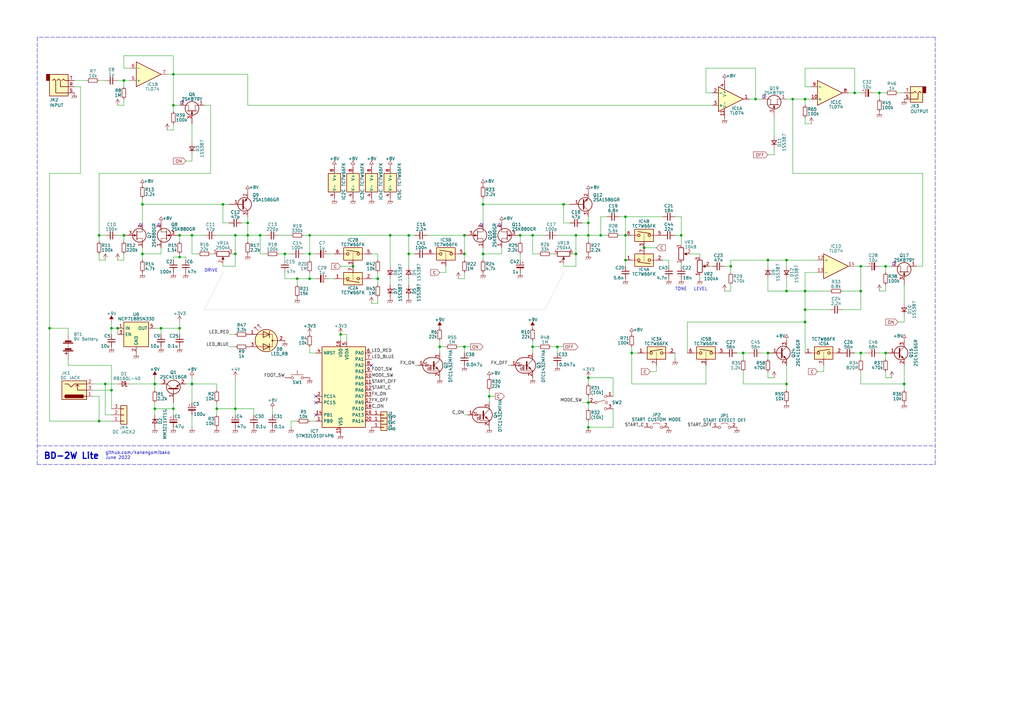
<source format=kicad_sch>
(kicad_sch (version 20211123) (generator eeschema)
  (paper "A3")
  (junction (at 360.68 38.1))
  (junction (at 144.78 109.22))
  (junction (at 363.22 144.78))
  (junction (at 246.38 96.52))
  (junction (at 71.12 30.48))
  (junction (at 73.66 134.62))
  (junction (at 200.66 162.56))
  (junction (at 259.08 144.78))
  (junction (at 279.4 96.52))
  (junction (at 228.6 142.24))
  (junction (at 101.6 96.52))
  (junction (at 58.42 83.82))
  (junction (at 322.58 119.38))
  (junction (at 330.2 132.08))
  (junction (at 241.3 96.52))
  (junction (at 154.94 114.3))
  (junction (at 88.9 167.64))
  (junction (at 190.5 96.52))
  (junction (at 139.7 137.16))
  (junction (at 96.52 167.64))
  (junction (at 43.18 157.48))
  (junction (at 304.8 144.78))
  (junction (at 241.3 91.44))
  (junction (at 71.12 43.18))
  (junction (at 45.72 160.02))
  (junction (at 101.6 91.44))
  (junction (at 256.54 88.9))
  (junction (at 241.3 175.26))
  (junction (at 96.52 104.14))
  (junction (at 330.2 40.64))
  (junction (at 353.06 144.78))
  (junction (at 198.12 104.14))
  (junction (at 71.12 167.64))
  (junction (at 330.2 119.38))
  (junction (at 167.64 96.52))
  (junction (at 353.06 109.22))
  (junction (at 256.54 96.52))
  (junction (at 66.04 134.62))
  (junction (at 116.84 104.14))
  (junction (at 73.66 105.41))
  (junction (at 314.96 144.78))
  (junction (at 350.52 38.1))
  (junction (at 40.64 172.72))
  (junction (at 314.96 106.68))
  (junction (at 78.74 96.52))
  (junction (at 264.16 101.6))
  (junction (at 353.06 119.38))
  (junction (at 309.88 40.64))
  (junction (at 127 114.3))
  (junction (at 121.92 114.3))
  (junction (at 40.64 96.52))
  (junction (at 241.3 154.94))
  (junction (at 45.72 134.62))
  (junction (at 236.22 96.52))
  (junction (at 50.8 33.02))
  (junction (at 91.44 83.82))
  (junction (at 241.3 165.1))
  (junction (at 50.8 96.52))
  (junction (at 20.32 134.62))
  (junction (at 78.74 157.48))
  (junction (at 167.64 104.14))
  (junction (at 48.26 134.62))
  (junction (at 160.02 96.52))
  (junction (at 322.58 106.68))
  (junction (at 127 96.52))
  (junction (at 180.34 142.24))
  (junction (at 236.22 104.14))
  (junction (at 127 104.14))
  (junction (at 63.5 157.48))
  (junction (at 325.12 40.64))
  (junction (at 106.68 96.52))
  (junction (at 256.54 106.68))
  (junction (at 231.14 83.82))
  (junction (at 190.5 104.14))
  (junction (at 198.12 83.82))
  (junction (at 190.5 142.24))
  (junction (at 370.84 157.48))
  (junction (at 58.42 104.14))
  (junction (at 63.5 167.64))
  (junction (at 96.52 96.52))
  (junction (at 299.72 109.22))
  (junction (at 218.44 96.52))
  (junction (at 213.36 96.52))
  (junction (at 218.44 142.24))
  (junction (at 322.58 157.48))
  (junction (at 363.22 109.22))
  (junction (at 330.2 127))
  (junction (at 73.66 96.52))
  (no_connect (at 129.54 165.1))
  (no_connect (at 129.54 170.18))
  (no_connect (at 129.54 162.56))
  (no_connect (at 152.4 149.86))
  (wire (pts (xy 363.22 152.4) (xy 363.22 154.94)))
  (wire (pts (xy 71.12 30.48) (xy 71.12 43.18)))
  (wire (pts (xy 78.74 50.8) (xy 78.74 58.42)))
  (wire (pts (xy 91.44 109.22) (xy 96.52 109.22)))
  (wire (pts (xy 238.76 91.44) (xy 241.3 91.44)))
  (wire (pts (xy 309.88 27.94) (xy 309.88 40.64)))
  (wire (pts (xy 205.74 104.14) (xy 205.74 101.6)))
  (wire (pts (xy 228.6 142.24) (xy 231.14 142.24)))
  (wire (pts (xy 200.66 160.02) (xy 200.66 162.56)))
  (wire (pts (xy 246.38 88.9) (xy 248.92 88.9)))
  (wire (pts (xy 190.5 142.24) (xy 193.04 142.24)))
  (wire (pts (xy 297.18 109.22) (xy 299.72 109.22)))
  (wire (pts (xy 33.02 35.56) (xy 33.02 71.12)))
  (wire (pts (xy 76.2 106.68) (xy 76.2 105.41)))
  (wire (pts (xy 127 144.78) (xy 127 142.24)))
  (wire (pts (xy 287.02 104.14) (xy 287.02 105.41)))
  (wire (pts (xy 317.5 60.96) (xy 317.5 63.5)))
  (wire (pts (xy 335.28 152.4) (xy 337.82 152.4)))
  (wire (pts (xy 213.36 96.52) (xy 218.44 96.52)))
  (wire (pts (xy 91.44 83.82) (xy 93.98 83.82)))
  (wire (pts (xy 127 96.52) (xy 160.02 96.52)))
  (wire (pts (xy 101.6 30.48) (xy 101.6 43.18)))
  (wire (pts (xy 325.12 40.64) (xy 330.2 40.64)))
  (wire (pts (xy 78.74 170.18) (xy 78.74 175.26)))
  (wire (pts (xy 241.3 154.94) (xy 241.3 157.48)))
  (wire (pts (xy 63.5 167.64) (xy 63.5 170.18)))
  (wire (pts (xy 86.36 71.12) (xy 40.64 71.12)))
  (wire (pts (xy 170.18 149.86) (xy 171.45 149.86)))
  (wire (pts (xy 50.8 104.14) (xy 50.8 106.68)))
  (wire (pts (xy 340.36 127) (xy 330.2 127)))
  (wire (pts (xy 116.84 111.76) (xy 116.84 114.3)))
  (wire (pts (xy 271.78 106.68) (xy 274.32 106.68)))
  (wire (pts (xy 30.48 35.56) (xy 33.02 35.56)))
  (wire (pts (xy 238.76 165.1) (xy 241.3 165.1)))
  (wire (pts (xy 276.86 147.32) (xy 276.86 144.78)))
  (wire (pts (xy 86.36 43.18) (xy 86.36 71.12)))
  (wire (pts (xy 325.12 71.12) (xy 378.46 71.12)))
  (wire (pts (xy 307.34 40.64) (xy 309.88 40.64)))
  (wire (pts (xy 281.94 132.08) (xy 330.2 132.08)))
  (wire (pts (xy 241.3 172.72) (xy 241.3 175.26)))
  (wire (pts (xy 360.68 38.1) (xy 363.22 38.1)))
  (wire (pts (xy 259.08 144.78) (xy 259.08 157.48)))
  (wire (pts (xy 71.12 43.18) (xy 73.66 43.18)))
  (wire (pts (xy 83.82 43.18) (xy 86.36 43.18)))
  (wire (pts (xy 160.02 116.84) (xy 160.02 114.3)))
  (wire (pts (xy 99.06 91.44) (xy 101.6 91.44)))
  (wire (pts (xy 71.12 167.64) (xy 71.12 170.18)))
  (wire (pts (xy 73.66 96.52) (xy 78.74 96.52)))
  (wire (pts (xy 53.34 157.48) (xy 63.5 157.48)))
  (wire (pts (xy 317.5 48.26) (xy 317.5 55.88)))
  (wire (pts (xy 368.3 38.1) (xy 370.84 38.1)))
  (wire (pts (xy 63.5 157.48) (xy 66.04 157.48)))
  (wire (pts (xy 337.82 152.4) (xy 337.82 149.86)))
  (wire (pts (xy 314.96 144.78) (xy 312.42 144.78)))
  (wire (pts (xy 101.6 91.44) (xy 101.6 96.52)))
  (wire (pts (xy 213.36 96.52) (xy 213.36 99.06)))
  (wire (pts (xy 279.4 107.95) (xy 279.4 109.22)))
  (wire (pts (xy 314.96 119.38) (xy 322.58 119.38)))
  (wire (pts (xy 30.48 33.02) (xy 35.56 33.02)))
  (wire (pts (xy 218.44 96.52) (xy 223.52 96.52)))
  (wire (pts (xy 314.96 144.78) (xy 314.96 147.32)))
  (wire (pts (xy 20.32 134.62) (xy 27.94 134.62)))
  (wire (pts (xy 170.18 104.14) (xy 167.64 104.14)))
  (wire (pts (xy 73.66 105.41) (xy 73.66 104.14)))
  (wire (pts (xy 256.54 106.68) (xy 256.54 109.22)))
  (wire (pts (xy 50.8 35.56) (xy 50.8 33.02)))
  (wire (pts (xy 96.52 170.18) (xy 96.52 167.64)))
  (wire (pts (xy 332.74 35.56) (xy 330.2 35.56)))
  (wire (pts (xy 322.58 157.48) (xy 322.58 160.02)))
  (wire (pts (xy 340.36 119.38) (xy 330.2 119.38)))
  (wire (pts (xy 220.98 142.24) (xy 218.44 142.24)))
  (wire (pts (xy 241.3 165.1) (xy 241.3 167.64)))
  (wire (pts (xy 129.54 114.3) (xy 127 114.3)))
  (wire (pts (xy 71.12 53.34) (xy 68.58 53.34)))
  (wire (pts (xy 45.72 137.16) (xy 45.72 134.62)))
  (wire (pts (xy 358.14 38.1) (xy 360.68 38.1)))
  (wire (pts (xy 180.34 142.24) (xy 180.34 144.78)))
  (polyline (pts (xy 383.54 15.24) (xy 15.24 15.24)))
  (wire (pts (xy 152.4 114.3) (xy 154.94 114.3)))
  (wire (pts (xy 66.04 104.14) (xy 66.04 101.6)))
  (wire (pts (xy 353.06 127) (xy 345.44 127)))
  (wire (pts (xy 330.2 43.18) (xy 330.2 40.64)))
  (wire (pts (xy 58.42 101.6) (xy 58.42 104.14)))
  (wire (pts (xy 182.88 142.24) (xy 180.34 142.24)))
  (wire (pts (xy 139.7 139.7) (xy 139.7 137.16)))
  (wire (pts (xy 48.26 134.62) (xy 45.72 134.62)))
  (wire (pts (xy 124.46 96.52) (xy 127 96.52)))
  (wire (pts (xy 78.74 96.52) (xy 78.74 104.14)))
  (wire (pts (xy 231.14 109.22) (xy 236.22 109.22)))
  (wire (pts (xy 299.72 109.22) (xy 299.72 111.76)))
  (wire (pts (xy 104.14 167.64) (xy 104.14 170.18)))
  (wire (pts (xy 198.12 104.14) (xy 205.74 104.14)))
  (wire (pts (xy 317.5 154.94) (xy 314.96 154.94)))
  (wire (pts (xy 256.54 88.9) (xy 256.54 96.52)))
  (wire (pts (xy 76.2 157.48) (xy 78.74 157.48)))
  (wire (pts (xy 231.14 83.82) (xy 231.14 91.44)))
  (polyline (pts (xy 83.82 127) (xy 223.52 127)) (stroke (width 0) (type dot) (color 72 72 72 1)))
  (wire (pts (xy 370.84 157.48) (xy 370.84 160.02)))
  (wire (pts (xy 375.92 109.22) (xy 378.46 109.22)))
  (wire (pts (xy 287.02 113.03) (xy 287.02 114.3)))
  (wire (pts (xy 330.2 127) (xy 330.2 119.38)))
  (wire (pts (xy 129.54 172.72) (xy 127 172.72)))
  (wire (pts (xy 121.92 114.3) (xy 127 114.3)))
  (wire (pts (xy 330.2 127) (xy 330.2 132.08)))
  (wire (pts (xy 322.58 40.64) (xy 325.12 40.64)))
  (wire (pts (xy 322.58 109.22) (xy 322.58 106.68)))
  (wire (pts (xy 330.2 35.56) (xy 330.2 27.94)))
  (wire (pts (xy 137.16 114.3) (xy 134.62 114.3)))
  (wire (pts (xy 154.94 111.76) (xy 154.94 114.3)))
  (wire (pts (xy 154.94 104.14) (xy 154.94 106.68)))
  (wire (pts (xy 58.42 81.28) (xy 58.42 83.82)))
  (wire (pts (xy 109.22 96.52) (xy 106.68 96.52)))
  (wire (pts (xy 200.66 162.56) (xy 200.66 165.1)))
  (wire (pts (xy 152.4 104.14) (xy 154.94 104.14)))
  (wire (pts (xy 76.2 105.41) (xy 73.66 105.41)))
  (wire (pts (xy 96.52 96.52) (xy 101.6 96.52)))
  (wire (pts (xy 101.6 88.9) (xy 101.6 91.44)))
  (wire (pts (xy 40.64 172.72) (xy 20.32 172.72)))
  (wire (pts (xy 129.54 144.78) (xy 127 144.78)))
  (wire (pts (xy 269.24 152.4) (xy 269.24 149.86)))
  (wire (pts (xy 234.95 104.14) (xy 236.22 104.14)))
  (wire (pts (xy 271.78 88.9) (xy 256.54 88.9)))
  (wire (pts (xy 325.12 40.64) (xy 325.12 71.12)))
  (wire (pts (xy 218.44 139.7) (xy 218.44 142.24)))
  (wire (pts (xy 167.64 96.52) (xy 170.18 96.52)))
  (wire (pts (xy 38.1 157.48) (xy 43.18 157.48)))
  (wire (pts (xy 43.18 106.68) (xy 40.64 106.68)))
  (wire (pts (xy 360.68 119.38) (xy 363.22 119.38)))
  (wire (pts (xy 71.12 165.1) (xy 71.12 167.64)))
  (wire (pts (xy 58.42 104.14) (xy 66.04 104.14)))
  (wire (pts (xy 355.6 144.78) (xy 353.06 144.78)))
  (wire (pts (xy 127 96.52) (xy 127 104.14)))
  (wire (pts (xy 226.06 104.14) (xy 227.33 104.14)))
  (wire (pts (xy 187.96 142.24) (xy 190.5 142.24)))
  (wire (pts (xy 259.08 157.48) (xy 289.56 157.48)))
  (wire (pts (xy 276.86 96.52) (xy 279.4 96.52)))
  (wire (pts (xy 350.52 38.1) (xy 353.06 38.1)))
  (wire (pts (xy 335.28 106.68) (xy 322.58 106.68)))
  (wire (pts (xy 246.38 96.52) (xy 248.92 96.52)))
  (wire (pts (xy 116.84 114.3) (xy 121.92 114.3)))
  (wire (pts (xy 50.8 33.02) (xy 48.26 33.02)))
  (wire (pts (xy 241.3 91.44) (xy 241.3 96.52)))
  (wire (pts (xy 78.74 66.04) (xy 78.74 63.5)))
  (wire (pts (xy 370.84 116.84) (xy 370.84 124.46)))
  (wire (pts (xy 116.84 104.14) (xy 119.38 104.14)))
  (wire (pts (xy 370.84 157.48) (xy 353.06 157.48)))
  (wire (pts (xy 314.96 114.3) (xy 314.96 119.38)))
  (wire (pts (xy 48.26 96.52) (xy 50.8 96.52)))
  (wire (pts (xy 50.8 43.18) (xy 48.26 43.18)))
  (wire (pts (xy 95.25 104.14) (xy 96.52 104.14)))
  (wire (pts (xy 20.32 134.62) (xy 20.32 172.72)))
  (wire (pts (xy 231.14 83.82) (xy 233.68 83.82)))
  (wire (pts (xy 116.84 104.14) (xy 116.84 106.68)))
  (wire (pts (xy 261.62 144.78) (xy 259.08 144.78)))
  (wire (pts (xy 378.46 71.12) (xy 378.46 109.22)))
  (wire (pts (xy 236.22 96.52) (xy 241.3 96.52)))
  (wire (pts (xy 40.64 104.14) (xy 40.64 106.68)))
  (wire (pts (xy 139.7 109.22) (xy 144.78 109.22)))
  (wire (pts (xy 190.5 144.78) (xy 190.5 142.24)))
  (wire (pts (xy 101.6 96.52) (xy 101.6 99.06)))
  (wire (pts (xy 53.34 27.94) (xy 50.8 27.94)))
  (wire (pts (xy 180.34 111.76) (xy 182.88 111.76)))
  (wire (pts (xy 289.56 38.1) (xy 289.56 27.94)))
  (wire (pts (xy 66.04 137.16) (xy 66.04 134.62)))
  (wire (pts (xy 78.74 154.94) (xy 78.74 157.48)))
  (wire (pts (xy 360.68 109.22) (xy 363.22 109.22)))
  (wire (pts (xy 363.22 116.84) (xy 363.22 119.38)))
  (wire (pts (xy 88.9 96.52) (xy 96.52 96.52)))
  (wire (pts (xy 114.3 96.52) (xy 119.38 96.52)))
  (wire (pts (xy 71.12 106.68) (xy 71.12 105.41)))
  (wire (pts (xy 139.7 137.16) (xy 142.24 137.16)))
  (wire (pts (xy 111.76 170.18) (xy 111.76 167.64)))
  (wire (pts (xy 190.5 114.3) (xy 187.96 114.3)))
  (wire (pts (xy 304.8 144.78) (xy 302.26 144.78)))
  (wire (pts (xy 167.64 109.22) (xy 167.64 104.14)))
  (wire (pts (xy 322.58 119.38) (xy 330.2 119.38)))
  (wire (pts (xy 48.26 106.68) (xy 50.8 106.68)))
  (wire (pts (xy 45.72 170.18) (xy 43.18 170.18)))
  (wire (pts (xy 76.2 66.04) (xy 78.74 66.04)))
  (wire (pts (xy 307.34 144.78) (xy 304.8 144.78)))
  (wire (pts (xy 317.5 63.5) (xy 314.96 63.5)))
  (wire (pts (xy 50.8 27.94) (xy 50.8 22.86)))
  (polyline (pts (xy 15.24 190.5) (xy 383.54 190.5)))
  (wire (pts (xy 101.6 96.52) (xy 106.68 96.52)))
  (wire (pts (xy 241.3 88.9) (xy 241.3 91.44)))
  (wire (pts (xy 363.22 111.76) (xy 363.22 109.22)))
  (wire (pts (xy 40.64 162.56) (xy 40.64 172.72)))
  (wire (pts (xy 43.18 170.18) (xy 43.18 157.48)))
  (wire (pts (xy 353.06 109.22) (xy 353.06 119.38)))
  (wire (pts (xy 289.56 149.86) (xy 289.56 157.48)))
  (polyline (pts (xy 383.54 190.5) (xy 383.54 15.24)))
  (wire (pts (xy 322.58 114.3) (xy 322.58 119.38)))
  (wire (pts (xy 88.9 160.02) (xy 88.9 157.48)))
  (wire (pts (xy 27.94 149.86) (xy 45.72 149.86)))
  (wire (pts (xy 330.2 119.38) (xy 330.2 111.76)))
  (wire (pts (xy 63.5 157.48) (xy 63.5 160.02)))
  (wire (pts (xy 73.66 96.52) (xy 73.66 99.06)))
  (wire (pts (xy 154.94 121.92) (xy 154.94 124.46)))
  (wire (pts (xy 281.94 132.08) (xy 281.94 144.78)))
  (wire (pts (xy 81.28 104.14) (xy 78.74 104.14)))
  (wire (pts (xy 63.5 154.94) (xy 63.5 157.48)))
  (wire (pts (xy 88.9 170.18) (xy 88.9 167.64)))
  (wire (pts (xy 182.88 111.76) (xy 182.88 109.22)))
  (wire (pts (xy 309.88 40.64) (xy 312.42 40.64)))
  (wire (pts (xy 254 96.52) (xy 256.54 96.52)))
  (wire (pts (xy 256.54 96.52) (xy 256.54 106.68)))
  (wire (pts (xy 218.44 96.52) (xy 218.44 104.14)))
  (wire (pts (xy 198.12 81.28) (xy 198.12 83.82)))
  (wire (pts (xy 191.77 170.18) (xy 190.5 170.18)))
  (wire (pts (xy 38.1 160.02) (xy 45.72 160.02)))
  (wire (pts (xy 279.4 88.9) (xy 279.4 96.52)))
  (wire (pts (xy 266.7 152.4) (xy 269.24 152.4)))
  (wire (pts (xy 322.58 106.68) (xy 314.96 106.68)))
  (wire (pts (xy 353.06 152.4) (xy 353.06 157.48)))
  (wire (pts (xy 58.42 83.82) (xy 58.42 91.44)))
  (wire (pts (xy 350.52 109.22) (xy 353.06 109.22)))
  (wire (pts (xy 330.2 111.76) (xy 335.28 111.76)))
  (wire (pts (xy 160.02 96.52) (xy 167.64 96.52)))
  (wire (pts (xy 350.52 38.1) (xy 347.98 38.1)))
  (wire (pts (xy 283.21 104.14) (xy 287.02 104.14)))
  (wire (pts (xy 73.66 134.62) (xy 73.66 132.08)))
  (wire (pts (xy 40.64 33.02) (xy 43.18 33.02)))
  (wire (pts (xy 66.04 134.62) (xy 73.66 134.62)))
  (wire (pts (xy 73.66 134.62) (xy 73.66 137.16)))
  (wire (pts (xy 274.32 106.68) (xy 274.32 109.22)))
  (wire (pts (xy 167.64 104.14) (xy 167.64 96.52)))
  (wire (pts (xy 45.72 167.64) (xy 45.72 160.02)))
  (wire (pts (xy 198.12 104.14) (xy 198.12 106.68)))
  (wire (pts (xy 330.2 132.08) (xy 330.2 144.78)))
  (wire (pts (xy 71.12 22.86) (xy 71.12 30.48)))
  (wire (pts (xy 127 104.14) (xy 129.54 104.14)))
  (wire (pts (xy 330.2 40.64) (xy 332.74 40.64)))
  (wire (pts (xy 297.18 119.38) (xy 299.72 119.38)))
  (wire (pts (xy 330.2 27.94) (xy 350.52 27.94)))
  (wire (pts (xy 134.62 104.14) (xy 137.16 104.14)))
  (wire (pts (xy 33.02 71.12) (xy 20.32 71.12)))
  (wire (pts (xy 180.34 139.7) (xy 180.34 142.24)))
  (wire (pts (xy 45.72 134.62) (xy 45.72 132.08)))
  (wire (pts (xy 27.94 147.32) (xy 27.94 149.86)))
  (wire (pts (xy 86.36 104.14) (xy 87.63 104.14)))
  (wire (pts (xy 203.2 162.56) (xy 200.66 162.56)))
  (wire (pts (xy 314.96 109.22) (xy 314.96 106.68)))
  (wire (pts (xy 279.4 96.52) (xy 279.4 100.33)))
  (wire (pts (xy 299.72 106.68) (xy 299.72 109.22)))
  (wire (pts (xy 231.14 107.95) (xy 231.14 109.22)))
  (wire (pts (xy 96.52 96.52) (xy 96.52 104.14)))
  (wire (pts (xy 50.8 40.64) (xy 50.8 43.18)))
  (wire (pts (xy 233.68 91.44) (xy 231.14 91.44)))
  (wire (pts (xy 198.12 83.82) (xy 198.12 91.44)))
  (wire (pts (xy 71.12 50.8) (xy 71.12 53.34)))
  (wire (pts (xy 198.12 101.6) (xy 198.12 104.14)))
  (wire (pts (xy 370.84 129.54) (xy 370.84 132.08)))
  (wire (pts (xy 88.9 167.64) (xy 88.9 165.1)))
  (wire (pts (xy 299.72 116.84) (xy 299.72 119.38)))
  (wire (pts (xy 365.76 154.94) (xy 363.22 154.94)))
  (wire (pts (xy 160.02 96.52) (xy 160.02 109.22)))
  (wire (pts (xy 190.5 106.68) (xy 190.5 104.14)))
  (wire (pts (xy 96.52 137.16) (xy 93.98 137.16)))
  (wire (pts (xy 53.34 33.02) (xy 50.8 33.02)))
  (wire (pts (xy 251.46 167.64) (xy 251.46 175.26)))
  (wire (pts (xy 91.44 107.95) (xy 91.44 109.22)))
  (wire (pts (xy 360.68 38.1) (xy 360.68 40.64)))
  (polyline (pts (xy 91.44 111.76) (xy 83.82 127)) (stroke (width 0) (type dot) (color 72 72 72 1)))
  (wire (pts (xy 78.74 96.52) (xy 83.82 96.52)))
  (wire (pts (xy 71.12 45.72) (xy 71.12 43.18)))
  (wire (pts (xy 50.8 22.86) (xy 71.12 22.86)))
  (wire (pts (xy 370.84 149.86) (xy 370.84 157.48)))
  (wire (pts (xy 254 88.9) (xy 256.54 88.9)))
  (wire (pts (xy 228.6 96.52) (xy 236.22 96.52)))
  (wire (pts (xy 106.68 96.52) (xy 106.68 104.14)))
  (wire (pts (xy 48.26 137.16) (xy 48.26 134.62)))
  (wire (pts (xy 218.44 142.24) (xy 218.44 144.78)))
  (wire (pts (xy 353.06 109.22) (xy 355.6 109.22)))
  (wire (pts (xy 363.22 109.22) (xy 365.76 109.22)))
  (wire (pts (xy 251.46 175.26) (xy 241.3 175.26)))
  (wire (pts (xy 96.52 109.22) (xy 96.52 104.14)))
  (wire (pts (xy 241.3 96.52) (xy 246.38 96.52)))
  (wire (pts (xy 226.06 142.24) (xy 228.6 142.24)))
  (wire (pts (xy 71.12 30.48) (xy 68.58 30.48)))
  (wire (pts (xy 58.42 104.14) (xy 58.42 106.68)))
  (wire (pts (xy 58.42 83.82) (xy 91.44 83.82)))
  (wire (pts (xy 350.52 27.94) (xy 350.52 38.1)))
  (wire (pts (xy 289.56 27.94) (xy 309.88 27.94)))
  (wire (pts (xy 190.5 111.76) (xy 190.5 114.3)))
  (wire (pts (xy 63.5 165.1) (xy 63.5 167.64)))
  (wire (pts (xy 314.96 106.68) (xy 299.72 106.68)))
  (wire (pts (xy 142.24 137.16) (xy 142.24 139.7)))
  (wire (pts (xy 353.06 119.38) (xy 353.06 127)))
  (polyline (pts (xy 15.24 15.24) (xy 15.24 190.5)))
  (wire (pts (xy 213.36 104.14) (xy 213.36 106.68)))
  (wire (pts (xy 322.58 149.86) (xy 322.58 157.48)))
  (wire (pts (xy 276.86 88.9) (xy 279.4 88.9)))
  (wire (pts (xy 228.6 144.78) (xy 228.6 142.24)))
  (wire (pts (xy 314.96 152.4) (xy 314.96 154.94)))
  (wire (pts (xy 93.98 142.24) (xy 96.52 142.24)))
  (wire (pts (xy 363.22 144.78) (xy 363.22 147.32)))
  (wire (pts (xy 332.74 50.8) (xy 330.2 50.8)))
  (wire (pts (xy 91.44 91.44) (xy 91.44 83.82)))
  (wire (pts (xy 127 106.68) (xy 127 104.14)))
  (polyline (pts (xy 231.14 111.76) (xy 223.52 127)) (stroke (width 0) (type dot) (color 72 72 72 1)))
  (polyline (pts (xy 15.24 182.88) (xy 383.54 182.88)))
  (wire (pts (xy 236.22 109.22) (xy 236.22 104.14)))
  (wire (pts (xy 50.8 96.52) (xy 50.8 99.06)))
  (wire (pts (xy 370.84 132.08) (xy 368.3 132.08)))
  (wire (pts (xy 190.5 96.52) (xy 190.5 104.14)))
  (wire (pts (xy 63.5 134.62) (xy 66.04 134.62)))
  (wire (pts (xy 71.12 30.48) (xy 101.6 30.48)))
  (wire (pts (xy 40.64 96.52) (xy 43.18 96.52)))
  (wire (pts (xy 363.22 144.78) (xy 360.68 144.78)))
  (wire (pts (xy 264.16 101.6) (xy 269.24 101.6)))
  (wire (pts (xy 40.64 96.52) (xy 40.64 71.12)))
  (wire (pts (xy 220.98 104.14) (xy 218.44 104.14)))
  (wire (pts (xy 236.22 96.52) (xy 236.22 104.14)))
  (wire (pts (xy 241.3 154.94) (xy 251.46 154.94)))
  (wire (pts (xy 101.6 43.18) (xy 292.1 43.18)))
  (wire (pts (xy 114.3 104.14) (xy 116.84 104.14)))
  (wire (pts (xy 241.3 162.56) (xy 241.3 165.1)))
  (wire (pts (xy 20.32 71.12) (xy 20.32 134.62)))
  (wire (pts (xy 251.46 154.94) (xy 251.46 162.56)))
  (wire (pts (xy 259.08 144.78) (xy 259.08 142.24)))
  (wire (pts (xy 292.1 38.1) (xy 289.56 38.1)))
  (wire (pts (xy 345.44 119.38) (xy 353.06 119.38)))
  (wire (pts (xy 121.92 172.72) (xy 119.38 172.72)))
  (wire (pts (xy 353.06 144.78) (xy 353.06 147.32)))
  (wire (pts (xy 124.46 104.14) (xy 127 104.14)))
  (wire (pts (xy 241.3 96.52) (xy 241.3 99.06)))
  (wire (pts (xy 127 111.76) (xy 127 114.3)))
  (wire (pts (xy 330.2 48.26) (xy 330.2 50.8)))
  (wire (pts (xy 45.72 160.02) (xy 45.72 149.86)))
  (wire (pts (xy 246.38 88.9) (xy 246.38 96.52)))
  (wire (pts (xy 43.18 157.48) (xy 48.26 157.48)))
  (wire (pts (xy 304.8 152.4) (xy 304.8 157.48)))
  (wire (pts (xy 40.64 99.06) (xy 40.64 96.52)))
  (wire (pts (xy 353.06 144.78) (xy 350.52 144.78)))
  (wire (pts (xy 290.83 109.22) (xy 292.1 109.22)))
  (wire (pts (xy 154.94 114.3) (xy 154.94 116.84)))
  (wire (pts (xy 38.1 162.56) (xy 40.64 162.56)))
  (wire (pts (xy 208.28 149.86) (xy 209.55 149.86)))
  (wire (pts (xy 45.72 172.72) (xy 40.64 172.72)))
  (wire (pts (xy 78.74 157.48) (xy 88.9 157.48)))
  (wire (pts (xy 175.26 96.52) (xy 190.5 96.52)))
  (wire (pts (xy 167.64 114.3) (xy 167.64 116.84)))
  (wire (pts (xy 119.38 172.72) (xy 119.38 175.26)))
  (wire (pts (xy 96.52 167.64) (xy 104.14 167.64)))
  (wire (pts (xy 322.58 157.48) (xy 304.8 157.48)))
  (wire (pts (xy 154.94 124.46) (xy 152.4 124.46)))
  (wire (pts (xy 96.52 167.64) (xy 88.9 167.64)))
  (wire (pts (xy 71.12 105.41) (xy 73.66 105.41)))
  (wire (pts (xy 198.12 83.82) (xy 231.14 83.82)))
  (wire (pts (xy 78.74 157.48) (xy 78.74 165.1)))
  (wire (pts (xy 93.98 91.44) (xy 91.44 91.44)))
  (wire (pts (xy 304.8 144.78) (xy 304.8 147.32)))
  (wire (pts (xy 63.5 167.64) (xy 71.12 167.64)))
  (wire (pts (xy 96.52 154.94) (xy 96.52 167.64)))
  (wire (pts (xy 121.92 114.3) (xy 121.92 116.84)))
  (wire (pts (xy 106.68 104.14) (xy 109.22 104.14)))
  (wire (pts (xy 27.94 134.62) (xy 27.94 137.16)))
  (text "D" (at 312.42 40.64 0) (effects (font (size 1.27 1.27)) (justify left bottom)))
  (text "D" (at 365.76 109.22 0) (effects (font (size 1.27 1.27)) (justify left bottom)))
  (text "D" (at 56.8325 93.345 0) (effects (font (size 1.27 1.27)) (justify left bottom)))
  (text "D" (at 73.66 43.18 0) (effects (font (size 1.27 1.27)) (justify left bottom)))
  (text "D" (at 64.4525 93.345 0) (effects (font (size 1.27 1.27)) (justify left bottom)))
  (text "BD-2W Lite" (at 17.78 188.595 0) (effects (font (size 2.54 2.54) (thickness 0.508) bold) (justify left bottom)))
  (text "DRIVE" (at 83.82 111.76 0) (effects (font (size 1.27 1.27)) (justify left bottom)))
  (text "D" (at 204.1525 93.345 0) (effects (font (size 1.27 1.27)) (justify left bottom)))
  (text "github.com/kanengomibako\nJune 2022" (at 43.18 188.595 0) (effects (font (size 1.27 1.27)) (justify left bottom)))
  (text "TONE   LEVEL" (at 276.86 119.38 0) (effects (font (size 1.27 1.27)) (justify left bottom)))
  (text "D" (at 196.5325 93.345 0) (effects (font (size 1.27 1.27)) (justify left bottom)))
  (label "FX_OFF" (at 208.28 149.86 180))
  (label "FOOT_SW" (at 116.84 154.94 180))
  (label "LED_BLUE" (at 152.4 147.32 0))
  (label "FX_ON" (at 170.18 149.86 180))
  (label "START_OFF" (at 292.1 175.26 180))
  (label "START_OFF" (at 152.4 157.48 0))
  (label "FX_OFF" (at 152.4 165.1 0))
  (label "C_ON" (at 190.5 170.18 180))
  (label "START_C" (at 152.4 160.02 0))
  (label "FX_ON" (at 152.4 162.56 0))
  (label "FOOT_SW" (at 152.4 152.4 0))
  (label "LED_BLUE" (at 93.98 142.24 180))
  (label "LED_RED" (at 152.4 144.78 0))
  (label "MODE_SW" (at 152.4 154.94 0))
  (label "LED_RED" (at 93.98 137.16 180))
  (label "MODE_SW" (at 238.76 165.1 180))
  (label "START_C" (at 264.16 175.26 180))
  (label "C_ON" (at 152.4 167.64 0))
  (global_label "C" (shape input) (at 335.28 152.4 180) (property "Intersheet References" "${INTERSHEET_REFS}" (effects hide)))
  (global_label "C" (shape input) (at 269.24 101.6 0) (property "Intersheet References" "${INTERSHEET_REFS}" (effects hide)))
  (global_label "C" (shape input) (at 266.7 152.4 180) (property "Intersheet References" "${INTERSHEET_REFS}" (effects hide)))
  (global_label "C" (shape output) (at 203.2 162.56 0) (property "Intersheet References" "${INTERSHEET_REFS}" (effects hide)))
  (global_label "C" (shape input) (at 139.7 109.22 180) (property "Intersheet References" "${INTERSHEET_REFS}" (effects hide)))
  (global_label "ON" (shape output) (at 193.04 142.24 0) (property "Intersheet References" "${INTERSHEET_REFS}" (effects hide)))
  (global_label "ON" (shape input) (at 368.3 132.08 180) (property "Intersheet References" "${INTERSHEET_REFS}" (effects hide)))
  (global_label "OFF" (shape output) (at 231.14 142.24 0) (property "Intersheet References" "${INTERSHEET_REFS}" (effects hide)))
  (global_label "ON" (shape input) (at 76.2 66.04 180) (property "Intersheet References" "${INTERSHEET_REFS}" (effects hide)))
  (global_label "OFF" (shape input) (at 314.96 63.5 180) (property "Intersheet References" "${INTERSHEET_REFS}" (effects hide)))
  (global_label "C" (shape input) (at 180.34 111.76 180) (property "Intersheet References" "${INTERSHEET_REFS}" (effects hide)))
  (symbol (lib_id "Device:R_Small") (at 218.44 137.16 0) (mirror y) (unit 1)
    (property "Reference" "R10" (at 217.4875 136.2075 0) (effects (justify left)))
    (property "Value" "22k" (at 217.4875 138.1125 0) (effects (justify left)))
    (property "Footprint" "Resistor_SMD:R_0603_1608Metric_Pad0.98x0.95mm_HandSolder" (effects hide))
  )
  (symbol (lib_id "Regulator_Linear:NCP718xSN330") (at 55.88 137.16 0) (unit 1)
    (property "Reference" "U6" (at 55.88 128.905 0))
    (property "Value" "NCP718BSN330" (at 55.88 130.81 0))
    (property "Footprint" "Package_TO_SOT_SMD:SOT-23-5_HandSoldering" (effects hide))
  )
  (symbol (lib_id "Device:R_Small") (at 200.66 157.48 0) (unit 1)
    (property "Reference" "R30" (at 201.6125 156.5275 0) (effects (justify left)))
    (property "Value" "22k" (at 201.6125 158.4325 0) (effects (justify left)))
    (property "Footprint" "Resistor_SMD:R_0603_1608Metric_Pad0.98x0.95mm_HandSolder" (effects hide))
  )
  (symbol (lib_name "GND_2") (lib_id "power:GND") (at 160.02 121.92 0) (unit 1)
    (property "Reference" "#PWR0116" (effects hide))
    (property "Value" "GND" (effects hide))
  )
  (symbol (lib_id "Device:C_Small") (at 73.66 139.7 0) (mirror y) (unit 1)
    (property "Reference" "C25" (at 73.3425 137.795 0) (effects (justify left)))
    (property "Value" "0.1u" (at 73.025 141.9225 0) (effects (justify left)))
    (property "Footprint" "Capacitor_SMD:C_0603_1608Metric_Pad1.08x0.95mm_HandSolder" (effects hide))
  )
  (symbol (lib_id "Device:R_Small") (at 299.72 114.3 0) (unit 1)
    (property "Reference" "R29" (at 300.6725 113.3475 0) (effects (justify left)))
    (property "Value" "470k" (at 300.6725 115.2525 0) (effects (justify left)))
    (property "Footprint" "Resistor_SMD:R_0603_1608Metric_Pad0.98x0.95mm_HandSolder" (effects hide))
  )
  (symbol (lib_name "MAX323CUA_1") (lib_id "Analog_Switch:MAX323CUA") (at 144.78 73.66 0) (unit 3)
    (property "Reference" "IC3" (at 148.59 77.47 90) (effects (justify right)))
    (property "Value" "TC7W66FK" (at 148.59 76.5175 90) (effects (justify left)))
    (property "Footprint" "myFoot:SSOP8-P-0.50A" (effects hide))
  )
  (symbol (lib_id "power:+4V") (at 68.58 53.34 0) (unit 1)
    (property "Reference" "#PWR032" (effects hide))
    (property "Value" "+4V" (effects hide))
  )
  (symbol (lib_id "Device:C_Small") (at 111.76 172.72 0) (unit 1)
    (property "Reference" "C31" (at 112.0775 170.815 0) (effects (justify left)))
    (property "Value" "0.1u" (at 112.395 174.9425 0) (effects (justify left)))
    (property "Footprint" "Capacitor_SMD:C_0603_1608Metric_Pad1.08x0.95mm_HandSolder" (effects hide))
  )
  (symbol (lib_id "Device:R_Small") (at 127 109.22 0) (mirror y) (unit 1)
    (property "Reference" "R20" (at 126.0475 108.2675 0) (effects (justify left)))
    (property "Value" "1M" (at 126.0475 110.1725 0) (effects (justify left)))
    (property "Footprint" "Resistor_SMD:R_0603_1608Metric_Pad0.98x0.95mm_HandSolder" (effects hide))
  )
  (symbol (lib_id "power:+3.3V") (at 139.7 137.16 0) (unit 1)
    (property "Reference" "#PWR030" (effects hide))
    (property "Value" "+3.3V" (at 139.7 133.6675 0))
  )
  (symbol (lib_id "Device:D_Small") (at 167.64 111.76 270) (unit 1)
    (property "Reference" "D4" (at 169.8625 111.76 0))
    (property "Value" "1SS387" (at 171.7675 111.76 0))
    (property "Footprint" "myFoot:D_SOD-523_HandSoldering" (effects hide))
  )
  (symbol (lib_name "GND_2") (lib_id "power:GND") (at 152.4 175.26 0) (unit 1)
    (property "Reference" "#PWR01" (effects hide))
    (property "Value" "GND" (effects hide))
  )
  (symbol (lib_id "power:+4V") (at 187.96 114.3 0) (unit 1)
    (property "Reference" "#PWR036" (effects hide))
    (property "Value" "+4V" (effects hide))
  )
  (symbol (lib_name "GND_2") (lib_id "power:GND") (at 71.12 111.76 0) (unit 1)
    (property "Reference" "#PWR07" (effects hide))
    (property "Value" "GND" (effects hide))
  )
  (symbol (lib_id "power:+9V") (at 180.34 134.62 0) (unit 1)
    (property "Reference" "#PWR033" (effects hide))
    (property "Value" "+9V" (at 180.34 131.1275 0))
  )
  (symbol (lib_id "Device:D_Small") (at 314.96 111.76 270) (unit 1)
    (property "Reference" "D9" (at 317.1825 111.76 0))
    (property "Value" "1SS387" (at 319.0875 111.76 0))
    (property "Footprint" "myFoot:D_SOD-523_HandSoldering" (effects hide))
  )
  (symbol (lib_id "Device:R_Small") (at 121.92 119.38 0) (unit 1)
    (property "Reference" "R21" (at 122.8725 118.4275 0) (effects (justify left)))
    (property "Value" "15k" (at 122.8725 120.3325 0) (effects (justify left)))
    (property "Footprint" "Resistor_SMD:R_0603_1608Metric_Pad0.98x0.95mm_HandSolder" (effects hide))
  )
  (symbol (lib_name "GND_2") (lib_id "power:GND") (at 76.2 111.76 0) (unit 1)
    (property "Reference" "#PWR08" (effects hide))
    (property "Value" "GND" (effects hide))
  )
  (symbol (lib_id "Device:C_Small") (at 299.72 144.78 90) (mirror x) (unit 1)
    (property "Reference" "C27" (at 299.72 140.335 90))
    (property "Value" "56n" (at 299.72 142.24 90))
    (property "Footprint" "Capacitor_SMD:C_1206_3216Metric" (effects hide))
  )
  (symbol (lib_name "GND_2") (lib_id "power:GND") (at 360.68 45.72 0) (unit 1)
    (property "Reference" "#PWR073" (effects hide))
    (property "Value" "GND" (effects hide))
  )
  (symbol (lib_id "Device:R_Small") (at 185.42 142.24 90) (unit 1)
    (property "Reference" "R55" (at 185.42 138.43 90))
    (property "Value" "1M" (at 185.42 140.335 90))
    (property "Footprint" "Resistor_SMD:R_0603_1608Metric_Pad0.98x0.95mm_HandSolder" (effects hide))
  )
  (symbol (lib_id "Device:R_Small") (at 124.46 172.72 90) (unit 1)
    (property "Reference" "R5" (at 124.46 168.91 90))
    (property "Value" "10k" (at 124.46 170.815 90))
    (property "Footprint" "Resistor_SMD:R_0603_1608Metric_Pad0.98x0.95mm_HandSolder" (effects hide))
  )
  (symbol (lib_id "power:+8V") (at 198.12 76.2 0) (unit 1)
    (property "Reference" "#PWR037" (effects hide))
    (property "Value" "+8V" (at 200.66 74.295 0))
  )
  (symbol (lib_id "Device:C_Small") (at 274.32 88.9 270) (unit 1)
    (property "Reference" "C21" (at 274.32 84.455 90))
    (property "Value" "18n" (at 274.32 86.36 90))
    (property "Footprint" "Capacitor_SMD:C_0805_2012Metric" (effects hide))
  )
  (symbol (lib_name "GND_2") (lib_id "power:GND") (at 241.3 104.14 0) (unit 1)
    (property "Reference" "#PWR042" (effects hide))
    (property "Value" "GND" (effects hide))
  )
  (symbol (lib_id "Device:D_Small") (at 160.02 119.38 90) (unit 1)
    (property "Reference" "D7" (at 162.2425 119.38 0))
    (property "Value" "1SS387" (at 164.1475 120.015 0))
    (property "Footprint" "myFoot:D_SOD-523_HandSoldering" (effects hide))
  )
  (symbol (lib_id "power:+8V") (at 101.6 78.74 0) (unit 1)
    (property "Reference" "#PWR025" (effects hide))
    (property "Value" "+8V" (at 104.14 76.835 0))
  )
  (symbol (lib_id "Amplifier_Operational:TL074") (at 342.9 109.22 0) (unit 4)
    (property "Reference" "IC1" (at 342.9 100.965 0))
    (property "Value" "TL074" (at 342.9 102.87 0))
    (property "Footprint" "myFoot:my_TSSOP-14" (effects hide))
  )
  (symbol (lib_id "Connector_Generic:Conn_01x01") (at 157.48 172.72 0) (unit 1)
    (property "Reference" "J3" (at 159.0675 172.085 0) (effects (font (size 1 1)) (justify left)))
    (property "Value" "SWC" (at 159.0675 173.355 0) (effects (font (size 1 1)) (justify left)))
    (property "Footprint" "Connector_PinHeader_2.54mm:PinHeader_1x01_P2.54mm_Vertical" (effects hide))
  )
  (symbol (lib_id "Device:C_Small") (at 86.36 96.52 270) (unit 1)
    (property "Reference" "C11" (at 86.36 92.075 90))
    (property "Value" "47p" (at 86.36 93.98 90))
    (property "Footprint" "Capacitor_SMD:C_0603_1608Metric_Pad1.08x0.95mm_HandSolder" (effects hide))
  )
  (symbol (lib_id "Device:Q_NJFET_SDG") (at 55.88 96.52 0) (unit 1)
    (property "Reference" "Q7" (at 61.2775 96.52 90))
    (property "Value" "2SK880GR" (at 63.1825 96.52 90))
    (property "Footprint" "Package_TO_SOT_SMD:SOT-323_SC-70_Handsoldering" (effects hide))
  )
  (symbol (lib_name "GND_2") (lib_id "power:GND") (at 297.18 48.26 0) (unit 1)
    (property "Reference" "#PWR061" (effects hide))
    (property "Value" "GND" (effects hide))
  )
  (symbol (lib_name "GND_2") (lib_id "power:GND") (at 144.78 81.28 0) (unit 1)
    (property "Reference" "#PWR0138" (effects hide))
    (property "Value" "GND" (effects hide))
  )
  (symbol (lib_id "Device:Battery") (at 27.94 142.24 180) (unit 1)
    (property "Reference" "BT1" (at 30.1625 137.16 0) (effects (justify right)))
    (property "Value" "9V Battery" (at 30.1625 139.065 0) (effects (justify right)))
    (property "Footprint" "Connector_PinHeader_2.54mm:PinHeader_1x02_P2.54mm_Vertical" (effects hide))
  )
  (symbol (lib_id "Device:R_Small") (at 330.2 45.72 0) (unit 1)
    (property "Reference" "R65" (at 331.1525 44.7675 0) (effects (justify left)))
    (property "Value" "100k" (at 331.1525 46.6725 0) (effects (justify left)))
    (property "Footprint" "Resistor_SMD:R_0603_1608Metric_Pad0.98x0.95mm_HandSolder" (effects hide))
  )
  (symbol (lib_id "Device:R_Small") (at 88.9 172.72 0) (mirror y) (unit 1)
    (property "Reference" "R3" (at 87.9475 171.7675 0) (effects (justify left)))
    (property "Value" "10k" (at 87.9475 173.6725 0) (effects (justify left)))
    (property "Footprint" "Resistor_SMD:R_0603_1608Metric_Pad0.98x0.95mm_HandSolder" (effects hide))
  )
  (symbol (lib_id "Device:R_Small") (at 241.3 170.18 0) (unit 1)
    (property "Reference" "R32" (at 242.2525 169.2275 0) (effects (justify left)))
    (property "Value" "(10k)" (at 242.2525 171.1325 0) (effects (justify left)))
    (property "Footprint" "Resistor_SMD:R_0603_1608Metric_Pad0.98x0.95mm_HandSolder" (effects hide))
  )
  (symbol (lib_id "Switch:SW_Push") (at 121.92 154.94 0) (unit 1)
    (property "Reference" "SW1" (at 121.92 156.845 0))
    (property "Value" "ON/OFF" (effects hide))
    (property "Footprint" "Connector_PinHeader_2.54mm:PinHeader_1x02_P2.54mm_Vertical" (effects hide))
  )
  (symbol (lib_id "power:+4V") (at 48.26 43.18 0) (unit 1)
    (property "Reference" "#PWR04" (effects hide))
    (property "Value" "+4V" (effects hide))
  )
  (symbol (lib_id "Transistor_BJT:DTC143Z") (at 215.9 149.86 0) (unit 1)
    (property "Reference" "Q3" (at 220.98 149.86 90))
    (property "Value" "DTC143ZMFHA" (at 222.885 150.1775 90))
    (property "Footprint" "myFoot:SOT-723_HandSoldering" (effects hide))
  )
  (symbol (lib_id "power:+3.3V") (at 241.3 154.94 0) (unit 1)
    (property "Reference" "#PWR057" (effects hide))
    (property "Value" "+3.3V" (at 241.3 151.4475 0))
  )
  (symbol (lib_id "Device:C_Small") (at 274.32 96.52 270) (unit 1)
    (property "Reference" "C44" (at 274.32 92.075 90))
    (property "Value" "22n" (at 274.32 93.98 90))
    (property "Footprint" "Capacitor_SMD:C_0805_2012Metric" (effects hide))
  )
  (symbol (lib_id "Device:D_Small") (at 370.84 127 90) (unit 1)
    (property "Reference" "D10" (at 373.0625 127 0))
    (property "Value" "1SS387" (at 374.9675 127 0))
    (property "Footprint" "myFoot:D_SOD-523_HandSoldering" (effects hide))
  )
  (symbol (lib_id "Device:C_Small") (at 71.12 109.22 0) (mirror y) (unit 1)
    (property "Reference" "C2" (at 70.8025 107.315 0) (effects (justify left)))
    (property "Value" "100n" (at 70.485 111.4425 0) (effects (justify left)))
    (property "Footprint" "Capacitor_SMD:C_1206_3216Metric" (effects hide))
  )
  (symbol (lib_id "Device:C_Small") (at 172.72 96.52 270) (unit 1)
    (property "Reference" "C16" (at 172.72 92.075 90))
    (property "Value" "2.2n" (at 172.72 93.98 90))
    (property "Footprint" "Capacitor_SMD:C_0603_1608Metric_Pad1.08x0.95mm_HandSolder" (effects hide))
  )
  (symbol (lib_id "Device:R_Small") (at 213.36 101.6 0) (mirror y) (unit 1)
    (property "Reference" "R25" (at 212.4075 100.6475 0) (effects (justify left)))
    (property "Value" "2.2k" (at 212.4075 102.5525 0) (effects (justify left)))
    (property "Footprint" "Resistor_SMD:R_0603_1608Metric_Pad0.98x0.95mm_HandSolder" (effects hide))
  )
  (symbol (lib_id "Device:R_Small") (at 88.9 162.56 0) (mirror y) (unit 1)
    (property "Reference" "R2" (at 87.9475 161.6075 0) (effects (justify left)))
    (property "Value" "10k" (at 87.9475 163.5125 0) (effects (justify left)))
    (property "Footprint" "Resistor_SMD:R_0603_1608Metric_Pad0.98x0.95mm_HandSolder" (effects hide))
  )
  (symbol (lib_id "Device:Q_NJFET_SDG") (at 370.84 111.76 90) (unit 1)
    (property "Reference" "Q17" (at 370.84 104.775 90))
    (property "Value" "2SK879Y" (at 370.84 106.68 90))
    (property "Footprint" "Package_TO_SOT_SMD:SOT-323_SC-70_Handsoldering" (effects hide))
  )
  (symbol (lib_name "GND_2") (lib_id "power:GND") (at 63.5 175.26 0) (unit 1)
    (property "Reference" "#PWR015" (effects hide))
    (property "Value" "GND" (effects hide))
  )
  (symbol (lib_name "GND_2") (lib_id "power:GND") (at 287.02 114.3 0) (unit 1)
    (property "Reference" "#PWR045" (effects hide))
    (property "Value" "GND" (effects hide))
  )
  (symbol (lib_id "Switch:SW_SPDT_MSM") (at 246.38 165.1 0) (unit 1)
    (property "Reference" "SW2" (at 253.0475 165.1 0))
    (property "Value" "MODE" (effects hide))
    (property "Footprint" "Connector_PinHeader_2.54mm:PinHeader_1x03_P2.54mm_Vertical" (effects hide))
  )
  (symbol (lib_id "Device:C_Small") (at 274.32 111.76 0) (mirror y) (unit 1)
    (property "Reference" "C43" (at 274.0025 109.855 0) (effects (justify left)))
    (property "Value" "4.7n" (at 273.685 113.9825 0) (effects (justify left)))
    (property "Footprint" "Capacitor_SMD:C_0603_1608Metric_Pad1.08x0.95mm_HandSolder" (effects hide))
  )
  (symbol (lib_name "GND_2") (lib_id "power:GND") (at 58.42 111.76 0) (unit 1)
    (property "Reference" "#PWR017" (effects hide))
    (property "Value" "GND" (effects hide))
  )
  (symbol (lib_name "GND_2") (lib_id "power:GND") (at 137.16 81.28 0) (unit 1)
    (property "Reference" "#PWR0139" (effects hide))
    (property "Value" "GND" (effects hide))
  )
  (symbol (lib_id "Device:D_Schottky_Small") (at 50.8 157.48 180) (unit 1)
    (property "Reference" "D1" (at 50.8 153.3525 0))
    (property "Value" "RB160L-40" (at 52.07 155.2575 0))
    (property "Footprint" "Diode_SMD:D_SMA" (effects hide))
  )
  (symbol (lib_name "GND_2") (lib_id "power:GND") (at 190.5 149.86 0) (unit 1)
    (property "Reference" "#PWR049" (effects hide))
    (property "Value" "GND" (effects hide))
  )
  (symbol (lib_id "power:+4V") (at 297.18 119.38 0) (unit 1)
    (property "Reference" "#PWR0106" (effects hide))
    (property "Value" "+4V" (effects hide))
  )
  (symbol (lib_id "power:+4V") (at 48.26 106.68 0) (unit 1)
    (property "Reference" "#PWR013" (effects hide))
    (property "Value" "+4V" (effects hide))
  )
  (symbol (lib_id "Amplifier_Operational:TL074") (at 60.96 30.48 0) (mirror x) (unit 2)
    (property "Reference" "IC1" (at 62.5475 34.6075 0))
    (property "Value" "TL074" (at 62.5475 36.5125 0))
    (property "Footprint" "myFoot:my_TSSOP-14" (effects hide))
  )
  (symbol (lib_name "GND_2") (lib_id "power:GND") (at 101.6 104.14 0) (unit 1)
    (property "Reference" "#PWR026" (effects hide))
    (property "Value" "GND" (effects hide))
  )
  (symbol (lib_id "Transistor_BJT:DTC143Z") (at 198.12 170.18 0) (unit 1)
    (property "Reference" "Q4" (at 203.2 170.18 90))
    (property "Value" "DTC143ZMFHA" (at 205.105 170.4975 90))
    (property "Footprint" "myFoot:SOT-723_HandSoldering" (effects hide))
  )
  (symbol (lib_id "Device:D_Small") (at 160.02 111.76 90) (unit 1)
    (property "Reference" "D6" (at 162.2425 111.76 0))
    (property "Value" "1SS387" (at 164.1475 111.76 0))
    (property "Footprint" "myFoot:D_SOD-523_HandSoldering" (effects hide))
  )
  (symbol (lib_id "Device:C_Small") (at 228.6 147.32 0) (unit 1)
    (property "Reference" "C33" (at 228.9175 145.415 0) (effects (justify left)))
    (property "Value" "0.047u" (at 229.235 149.5425 0) (effects (justify left)))
    (property "Footprint" "Capacitor_SMD:C_0603_1608Metric_Pad1.08x0.95mm_HandSolder" (effects hide))
  )
  (symbol (lib_id "Device:C_Small") (at 309.88 144.78 90) (mirror x) (unit 1)
    (property "Reference" "C45" (at 309.88 140.335 90))
    (property "Value" "56n" (at 309.88 142.24 90))
    (property "Footprint" "Capacitor_SMD:C_1206_3216Metric" (effects hide))
  )
  (symbol (lib_id "Device:R_Potentiometer") (at 287.02 109.22 0) (mirror x) (unit 1)
    (property "Reference" "VR2" (at 292.4175 112.395 0) (effects (justify right)))
    (property "Value" "100kA" (at 294.64 114.3 0) (effects (justify right)))
    (property "Footprint" "Connector_PinHeader_2.54mm:PinHeader_1x03_P2.54mm_Vertical" (effects hide))
  )
  (symbol (lib_id "Device:LED_Dual_AKA") (at 109.22 139.7 0) (mirror y) (unit 1)
    (property "Reference" "D8" (at 114.6175 143.1925 0))
    (property "Value" "LED_RB" (at 114.6175 145.0975 0))
    (property "Footprint" "LED_THT:LED_D3.0mm-3" (effects hide))
  )
  (symbol (lib_id "Device:C_Polarized_Small") (at 78.74 167.64 0) (unit 1)
    (property "Reference" "C3" (at 79.0575 165.735 0) (effects (justify left)))
    (property "Value" "100u" (at 79.375 169.8625 0) (effects (justify left)))
    (property "Footprint" "Capacitor_SMD:CP_Elec_6.3x5.2" (effects hide))
  )
  (symbol (lib_id "power:+8V") (at 160.02 68.58 0) (unit 1)
    (property "Reference" "#PWR0135" (effects hide))
    (property "Value" "+8V" (at 160.02 65.0875 0))
  )
  (symbol (lib_name "GND_2") (lib_id "power:GND") (at 116.84 139.7 0) (unit 1)
    (property "Reference" "#PWR051" (effects hide))
    (property "Value" "GND" (effects hide))
  )
  (symbol (lib_id "Device:R_Small") (at 58.42 78.74 0) (unit 1)
    (property "Reference" "R13" (at 59.3725 77.7875 0) (effects (justify left)))
    (property "Value" "2.2k" (at 59.3725 79.6925 0) (effects (justify left)))
    (property "Footprint" "Resistor_SMD:R_0603_1608Metric_Pad0.98x0.95mm_HandSolder" (effects hide))
  )
  (symbol (lib_id "Device:D_Small") (at 317.5 58.42 90) (unit 1)
    (property "Reference" "D11" (at 319.7225 58.42 0))
    (property "Value" "1SS387" (at 321.6275 58.42 0))
    (property "Footprint" "myFoot:D_SOD-523_HandSoldering" (effects hide))
  )
  (symbol (lib_name "GND_2") (lib_id "power:GND") (at 78.74 175.26 0) (unit 1)
    (property "Reference" "#PWR021" (effects hide))
    (property "Value" "GND" (effects hide))
  )
  (symbol (lib_id "power:+4V") (at 360.68 119.38 0) (unit 1)
    (property "Reference" "#PWR060" (effects hide))
    (property "Value" "+4V" (effects hide))
  )
  (symbol (lib_name "MAX323CUA_1") (lib_id "Analog_Switch:MAX323CUA") (at 160.02 73.66 0) (unit 3)
    (property "Reference" "IC5" (at 163.83 77.47 90) (effects (justify right)))
    (property "Value" "TC7W66FK" (at 163.83 76.5175 90) (effects (justify left)))
    (property "Footprint" "myFoot:SSOP8-P-0.50A" (effects hide))
  )
  (symbol (lib_id "Device:R_Small") (at 101.6 101.6 0) (unit 1)
    (property "Reference" "R17" (at 102.5525 100.6475 0) (effects (justify left)))
    (property "Value" "2.2k" (at 102.5525 102.5525 0) (effects (justify left)))
    (property "Footprint" "Resistor_SMD:R_0603_1608Metric_Pad0.98x0.95mm_HandSolder" (effects hide))
  )
  (symbol (lib_id "Transistor_BJT:DTC143Z") (at 177.8 149.86 0) (unit 1)
    (property "Reference" "Q2" (at 182.88 149.86 90))
    (property "Value" "DTC143ZMFHA" (at 184.785 150.1775 90))
    (property "Footprint" "myFoot:SOT-723_HandSoldering" (effects hide))
  )
  (symbol (lib_id "Device:C_Small") (at 294.64 109.22 270) (unit 1)
    (property "Reference" "C23" (at 294.64 104.775 90))
    (property "Value" "47n" (at 294.64 106.68 90))
    (property "Footprint" "Capacitor_SMD:C_1206_3216Metric" (effects hide))
  )
  (symbol (lib_name "GND_2") (lib_id "power:GND") (at 276.86 147.32 0) (unit 1)
    (property "Reference" "#PWR0129" (effects hide))
    (property "Value" "GND" (effects hide))
  )
  (symbol (lib_name "GND_2") (lib_id "power:GND") (at 73.66 142.24 0) (unit 1)
    (property "Reference" "#PWR012" (effects hide))
    (property "Value" "GND" (effects hide))
  )
  (symbol (lib_id "Amplifier_Operational:TL074") (at 340.36 38.1 0) (mirror x) (unit 3)
    (property "Reference" "IC1" (at 342.9 41.91 0))
    (property "Value" "TL074" (at 342.9 43.815 0))
    (property "Footprint" "myFoot:my_TSSOP-14" (effects hide))
  )
  (symbol (lib_name "GND_2") (lib_id "power:GND") (at 256.54 114.3 0) (unit 1)
    (property "Reference" "#PWR043" (effects hide))
    (property "Value" "GND" (effects hide))
  )
  (symbol (lib_id "Analog_Switch:MAX323CUA") (at 289.56 144.78 0) (mirror y) (unit 2)
    (property "Reference" "IC5" (at 289.56 139.065 0))
    (property "Value" "TC7W66FK" (at 289.56 140.97 0))
    (property "Footprint" "myFoot:SSOP8-P-0.50A" (effects hide))
  )
  (symbol (lib_id "Device:Q_PNP_BEC") (at 99.06 83.82 0) (mirror x) (unit 1)
    (property "Reference" "Q9" (at 103.505 80.01 0) (effects (justify left)))
    (property "Value" "2SA1586GR" (at 103.505 81.915 0) (effects (justify left)))
    (property "Footprint" "Package_TO_SOT_SMD:SOT-323_SC-70_Handsoldering" (effects hide))
  )
  (symbol (lib_id "power:+8V") (at 259.08 137.16 0) (unit 1)
    (property "Reference" "#PWR0130" (effects hide))
    (property "Value" "+8V" (at 261.62 135.255 0))
  )
  (symbol (lib_id "Connector_Generic:Conn_01x01") (at 157.48 175.26 0) (unit 1)
    (property "Reference" "J4" (at 159.0675 174.625 0) (effects (font (size 1 1)) (justify left)))
    (property "Value" "GND" (at 159.0675 175.895 0) (effects (font (size 1 1)) (justify left)))
    (property "Footprint" "Connector_PinHeader_2.54mm:PinHeader_1x01_P2.54mm_Vertical" (effects hide))
  )
  (symbol (lib_id "Device:C_Small") (at 45.72 139.7 0) (mirror y) (unit 1)
    (property "Reference" "C5" (at 45.4025 137.795 0) (effects (justify left)))
    (property "Value" "10u" (at 45.085 141.9225 0) (effects (justify left)))
    (property "Footprint" "Capacitor_SMD:C_1206_3216Metric" (effects hide))
  )
  (symbol (lib_id "Device:R_Small") (at 50.8 38.1 0) (mirror y) (unit 1)
    (property "Reference" "R8" (at 49.8475 37.1475 0) (effects (justify left)))
    (property "Value" "1M" (at 49.8475 39.0525 0) (effects (justify left)))
    (property "Footprint" "Resistor_SMD:R_0603_1608Metric_Pad0.98x0.95mm_HandSolder" (effects hide))
  )
  (symbol (lib_name "GND_2") (lib_id "power:GND") (at 104.14 175.26 0) (unit 1)
    (property "Reference" "#PWR063" (effects hide))
    (property "Value" "GND" (effects hide))
  )
  (symbol (lib_id "power:+8V") (at 144.78 68.58 0) (unit 1)
    (property "Reference" "#PWR0118" (effects hide))
    (property "Value" "+8V" (at 144.78 65.0875 0))
  )
  (symbol (lib_id "Analog_Switch:MAX323CUA") (at 264.16 106.68 0) (mirror x) (unit 1)
    (property "Reference" "IC4" (at 264.16 110.49 0))
    (property "Value" "TC7W66FK" (at 264.16 112.395 0))
    (property "Footprint" "myFoot:SSOP8-P-0.50A" (effects hide))
  )
  (symbol (lib_id "Device:R_Small") (at 99.06 137.16 270) (mirror x) (unit 1)
    (property "Reference" "R47" (at 99.06 133.35 90))
    (property "Value" "3.3k" (at 99.06 135.255 90))
    (property "Footprint" "Resistor_SMD:R_0805_2012Metric" (effects hide))
  )
  (symbol (lib_id "Device:C_Small") (at 236.22 91.44 270) (unit 1)
    (property "Reference" "C18" (at 236.22 86.995 90))
    (property "Value" "47p" (at 236.22 88.9 90))
    (property "Footprint" "Capacitor_SMD:C_0603_1608Metric_Pad1.08x0.95mm_HandSolder" (effects hide))
  )
  (symbol (lib_name "GND_2") (lib_id "power:GND") (at 121.92 121.92 0) (unit 1)
    (property "Reference" "#PWR029" (effects hide))
    (property "Value" "GND" (effects hide))
  )
  (symbol (lib_id "Analog_Switch:MAX323CUA") (at 144.78 104.14 0) (mirror y) (unit 2)
    (property "Reference" "IC2" (at 144.78 98.425 0))
    (property "Value" "TC7W66FK" (at 144.78 100.33 0))
    (property "Footprint" "myFoot:SSOP8-P-0.50A" (effects hide))
  )
  (symbol (lib_id "Device:D_Small") (at 167.64 119.38 270) (unit 1)
    (property "Reference" "D5" (at 169.8625 119.38 0))
    (property "Value" "1SS387" (at 171.7675 120.015 0))
    (property "Footprint" "myFoot:D_SOD-523_HandSoldering" (effects hide))
  )
  (symbol (lib_id "Device:C_Small") (at 121.92 104.14 270) (unit 1)
    (property "Reference" "C14" (at 121.92 99.695 90))
    (property "Value" "100n" (at 121.92 101.6 90))
    (property "Footprint" "Capacitor_SMD:C_1206_3216Metric" (effects hide))
  )
  (symbol (lib_id "Analog_Switch:MAX323CUA") (at 264.16 96.52 0) (mirror y) (unit 2)
    (property "Reference" "IC4" (at 264.16 90.805 0))
    (property "Value" "TC7W66FK" (at 264.16 92.71 0))
    (property "Footprint" "myFoot:SSOP8-P-0.50A" (effects hide))
  )
  (symbol (lib_id "Device:C_Small") (at 116.84 109.22 0) (unit 1)
    (property "Reference" "C15" (at 117.1575 107.315 0) (effects (justify left)))
    (property "Value" "47n" (at 117.475 111.4425 0) (effects (justify left)))
    (property "Footprint" "Capacitor_SMD:C_1206_3216Metric" (effects hide))
  )
  (symbol (lib_name "GND_2") (lib_id "power:GND") (at 370.84 165.1 0) (unit 1)
    (property "Reference" "#PWR0112" (effects hide))
    (property "Value" "GND" (effects hide))
  )
  (symbol (lib_id "power:+8V") (at 205.74 91.44 0) (unit 1)
    (property "Reference" "#PWR039" (effects hide))
    (property "Value" "+8V" (at 208.28 89.535 0))
  )
  (symbol (lib_name "GND_2") (lib_id "power:GND") (at 213.36 111.76 0) (unit 1)
    (property "Reference" "#PWR040" (effects hide))
    (property "Value" "GND" (effects hide))
  )
  (symbol (lib_id "Device:C_Small") (at 104.14 172.72 0) (unit 1)
    (property "Reference" "C30" (at 104.4575 170.815 0) (effects (justify left)))
    (property "Value" "0.1u" (at 104.775 174.9425 0) (effects (justify left)))
    (property "Footprint" "Capacitor_SMD:C_0603_1608Metric_Pad1.08x0.95mm_HandSolder" (effects hide))
  )
  (symbol (lib_id "Jumper:Jumper_2_Open") (at 269.24 175.26 0) (unit 1)
    (property "Reference" "JP2" (at 269.24 170.18 0))
    (property "Value" "START CUSTOM MODE" (at 269.24 172.085 0))
    (property "Footprint" "myFoot:my_SolderJumper-THpad-DIPsw" (effects hide))
  )
  (symbol (lib_id "Device:Q_NPN_BEC") (at 368.3 144.78 0) (unit 1)
    (property "Reference" "Q16" (at 373.6975 144.78 90))
    (property "Value" "2SC4116GR" (at 375.6025 144.78 90))
    (property "Footprint" "Package_TO_SOT_SMD:SOT-323_SC-70_Handsoldering" (effects hide))
  )
  (symbol (lib_id "Device:D_Small") (at 78.74 60.96 90) (unit 1)
    (property "Reference" "D3" (at 80.9625 60.96 0))
    (property "Value" "1SS387" (at 82.8675 60.96 0))
    (property "Footprint" "myFoot:D_SOD-523_HandSoldering" (effects hide))
  )
  (symbol (lib_id "Device:C_Small") (at 45.72 33.02 270) (unit 1)
    (property "Reference" "C8" (at 45.72 28.575 90))
    (property "Value" "1u" (at 45.72 30.48 90))
    (property "Footprint" "Capacitor_SMD:C_1206_3216Metric" (effects hide))
  )
  (symbol (lib_name "GND_2") (lib_id "power:GND") (at 66.04 142.24 0) (unit 1)
    (property "Reference" "#PWR09" (effects hide))
    (property "Value" "GND" (effects hide))
  )
  (symbol (lib_id "Device:C_Small") (at 251.46 88.9 270) (unit 1)
    (property "Reference" "C19" (at 251.46 84.455 90))
    (property "Value" "6.8n" (at 251.46 86.36 90))
    (property "Footprint" "Capacitor_SMD:C_0603_1608Metric_Pad1.08x0.95mm_HandSolder" (effects hide))
  )
  (symbol (lib_name "GND_2") (lib_id "power:GND") (at 96.52 175.26 0) (unit 1)
    (property "Reference" "#PWR028" (effects hide))
    (property "Value" "GND" (effects hide))
  )
  (symbol (lib_id "power:+4V") (at 365.76 154.94 0) (mirror y) (unit 1)
    (property "Reference" "#PWR0107" (effects hide))
    (property "Value" "+4V" (effects hide))
  )
  (symbol (lib_id "Device:R_Small") (at 365.76 38.1 90) (unit 1)
    (property "Reference" "R46" (at 365.76 34.29 90))
    (property "Value" "1k" (at 365.76 36.195 90))
    (property "Footprint" "Resistor_SMD:R_0805_2012Metric" (effects hide))
  )
  (symbol (lib_id "Device:R_Small") (at 259.08 139.7 0) (mirror y) (unit 1)
    (property "Reference" "R71" (at 258.1275 138.7475 0) (effects (justify left)))
    (property "Value" "100k" (at 258.1275 140.6525 0) (effects (justify left)))
    (property "Footprint" "Resistor_SMD:R_0603_1608Metric_Pad0.98x0.95mm_HandSolder" (effects hide))
  )
  (symbol (lib_id "Device:R_Small") (at 241.3 160.02 0) (unit 1)
    (property "Reference" "R31" (at 242.2525 159.0675 0) (effects (justify left)))
    (property "Value" "(10k)" (at 242.2525 160.9725 0) (effects (justify left)))
    (property "Footprint" "Resistor_SMD:R_0603_1608Metric_Pad0.98x0.95mm_HandSolder" (effects hide))
  )
  (symbol (lib_id "Connector:AudioJack2") (at 375.92 38.1 180) (unit 1)
    (property "Reference" "JK3" (at 373.38 43.4975 0) (effects (justify right)))
    (property "Value" "OUTPUT" (at 373.38 45.72 0) (effects (justify right)))
    (property "Footprint" "Connector_PinHeader_2.54mm:PinHeader_1x02_P2.54mm_Vertical" (effects hide))
  )
  (symbol (lib_id "Device:R_Small") (at 363.22 149.86 0) (mirror y) (unit 1)
    (property "Reference" "R37" (at 362.2675 148.9075 0) (effects (justify left)))
    (property "Value" "470k" (at 362.2675 150.8125 0) (effects (justify left)))
    (property "Footprint" "Resistor_SMD:R_0603_1608Metric_Pad0.98x0.95mm_HandSolder" (effects hide))
  )
  (symbol (lib_name "MAX323CUA_1") (lib_id "Analog_Switch:MAX323CUA") (at 152.4 73.66 0) (unit 3)
    (property "Reference" "IC4" (at 156.21 77.47 90) (effects (justify right)))
    (property "Value" "TC7W66FK" (at 156.21 76.5175 90) (effects (justify left)))
    (property "Footprint" "myFoot:SSOP8-P-0.50A" (effects hide))
  )
  (symbol (lib_id "power:+9V") (at 63.5 154.94 0) (unit 1)
    (property "Reference" "#PWR014" (effects hide))
    (property "Value" "+9V" (at 63.5 151.4475 0))
  )
  (symbol (lib_id "Device:R_Small") (at 241.3 101.6 0) (unit 1)
    (property "Reference" "R27" (at 242.2525 100.6475 0) (effects (justify left)))
    (property "Value" "2.2k" (at 242.2525 102.5525 0) (effects (justify left)))
    (property "Footprint" "Resistor_SMD:R_0603_1608Metric_Pad0.98x0.95mm_HandSolder" (effects hide))
  )
  (symbol (lib_id "MCU_ST_STM32L0:STM32L011F4Px") (at 142.24 157.48 0) (unit 1)
    (property "Reference" "IC7" (at 127.3175 176.8475 0) (effects (justify left)))
    (property "Value" "STM32L010F4P6" (at 121.285 178.7525 0) (effects (justify left)))
    (property "Footprint" "myFoot:TSSOP-20_4.4x6.5mm_P0.65mm_HS" (effects hide))
  )
  (symbol (lib_name "GND_2") (lib_id "power:GND") (at 127 154.94 0) (unit 1)
    (property "Reference" "#PWR066" (effects hide))
    (property "Value" "GND" (effects hide))
  )
  (symbol (lib_id "Device:C_Small") (at 76.2 109.22 0) (unit 1)
    (property "Reference" "C6" (at 76.5175 107.315 0) (effects (justify left)))
    (property "Value" "47n" (at 76.835 111.4425 0) (effects (justify left)))
    (property "Footprint" "Capacitor_SMD:C_1206_3216Metric" (effects hide))
  )
  (symbol (lib_id "Device:R_Small") (at 127 139.7 0) (mirror y) (unit 1)
    (property "Reference" "R4" (at 126.0475 138.7475 0) (effects (justify left)))
    (property "Value" "10k" (at 126.0475 140.6525 0) (effects (justify left)))
    (property "Footprint" "Resistor_SMD:R_0603_1608Metric_Pad0.98x0.95mm_HandSolder" (effects hide))
  )
  (symbol (lib_name "GND_2") (lib_id "power:GND") (at 241.3 175.26 0) (unit 1)
    (property "Reference" "#PWR058" (effects hide))
    (property "Value" "GND" (effects hide))
  )
  (symbol (lib_name "GND_2") (lib_id "power:GND") (at 218.44 154.94 0) (unit 1)
    (property "Reference" "#PWR053" (effects hide))
    (property "Value" "GND" (effects hide))
  )
  (symbol (lib_id "Connector_Generic:Conn_01x01") (at 157.48 170.18 0) (unit 1)
    (property "Reference" "J2" (at 159.0675 169.545 0) (effects (font (size 1 1)) (justify left)))
    (property "Value" "SWD" (at 159.0675 170.815 0) (effects (font (size 1 1)) (justify left)))
    (property "Footprint" "Connector_PinHeader_2.54mm:PinHeader_1x01_P2.54mm_Vertical" (effects hide))
  )
  (symbol (lib_id "power:+8V") (at 58.42 76.2 0) (unit 1)
    (property "Reference" "#PWR016" (effects hide))
    (property "Value" "+8V" (at 60.96 74.295 0))
  )
  (symbol (lib_id "Device:R_Potentiometer_Dual_Separate") (at 91.44 104.14 90) (mirror x) (unit 1)
    (property "Reference" "VR1" (at 91.44 99.695 90))
    (property "Value" "250kA" (at 91.44 101.6 90))
    (property "Footprint" "Connector_PinHeader_2.54mm:PinHeader_2x03_P2.54mm_Vertical" (effects hide))
  )
  (symbol (lib_id "Device:R_Small") (at 58.42 109.22 0) (unit 1)
    (property "Reference" "R14" (at 59.3725 108.2675 0) (effects (justify left)))
    (property "Value" "4.7k" (at 59.3725 110.1725 0) (effects (justify left)))
    (property "Footprint" "Resistor_SMD:R_0603_1608Metric_Pad0.98x0.95mm_HandSolder" (effects hide))
  )
  (symbol (lib_id "Device:C_Polarized_Small") (at 71.12 172.72 0) (unit 1)
    (property "Reference" "C1" (at 71.4375 170.815 0) (effects (justify left)))
    (property "Value" "47u" (at 71.755 174.9425 0) (effects (justify left)))
    (property "Footprint" "Capacitor_SMD:CP_Elec_5x5.3" (effects hide))
  )
  (symbol (lib_id "Device:C_Polarized_Small") (at 96.52 172.72 0) (unit 1)
    (property "Reference" "C4" (at 96.8375 170.815 0) (effects (justify left)))
    (property "Value" "47u" (at 97.155 174.9425 0) (effects (justify left)))
    (property "Footprint" "Capacitor_SMD:CP_Elec_5x5.3" (effects hide))
  )
  (symbol (lib_name "GND_2") (lib_id "power:GND") (at 71.12 175.26 0) (unit 1)
    (property "Reference" "#PWR018" (effects hide))
    (property "Value" "GND" (effects hide))
  )
  (symbol (lib_id "Device:C_Small") (at 190.5 147.32 0) (unit 1)
    (property "Reference" "C38" (at 190.8175 145.415 0) (effects (justify left)))
    (property "Value" "0.047u" (at 191.135 149.5425 0) (effects (justify left)))
    (property "Footprint" "Capacitor_SMD:C_0603_1608Metric_Pad1.08x0.95mm_HandSolder" (effects hide))
  )
  (symbol (lib_id "Device:Q_NJFET_SDG") (at 317.5 43.18 90) (unit 1)
    (property "Reference" "Q19" (at 317.5 36.195 90))
    (property "Value" "2SK879Y" (at 317.5 38.1 90))
    (property "Footprint" "Package_TO_SOT_SMD:SOT-323_SC-70_Handsoldering" (effects hide))
  )
  (symbol (lib_id "Device:C_Polarized_Small") (at 213.36 109.22 0) (mirror y) (unit 1)
    (property "Reference" "C42" (at 213.0425 107.315 0) (effects (justify left)))
    (property "Value" "1u" (at 212.725 111.4425 0) (effects (justify left)))
    (property "Footprint" "Capacitor_SMD:CP_Elec_4x5.3" (effects hide))
  )
  (symbol (lib_name "GND_2") (lib_id "power:GND") (at 45.72 142.24 0) (unit 1)
    (property "Reference" "#PWR05" (effects hide))
    (property "Value" "GND" (effects hide))
  )
  (symbol (lib_id "Device:R_Small") (at 342.9 119.38 90) (unit 1)
    (property "Reference" "R33" (at 342.9 115.57 90))
    (property "Value" "6.8k" (at 342.9 117.475 90))
    (property "Footprint" "Resistor_SMD:R_0603_1608Metric_Pad0.98x0.95mm_HandSolder" (effects hide))
  )
  (symbol (lib_id "Device:R_Small") (at 360.68 43.18 0) (unit 1)
    (property "Reference" "R45" (at 361.6325 42.2275 0) (effects (justify left)))
    (property "Value" "100k" (at 361.6325 44.1325 0) (effects (justify left)))
    (property "Footprint" "Resistor_SMD:R_0603_1608Metric_Pad0.98x0.95mm_HandSolder" (effects hide))
  )
  (symbol (lib_id "Connector:AudioJack3") (at 25.4 35.56 0) (mirror x) (unit 1)
    (property "Reference" "JK2" (at 20.32 40.9575 0) (effects (justify left)))
    (property "Value" "INPUT" (at 20.32 43.18 0) (effects (justify left)))
    (property "Footprint" "Connector_PinHeader_2.54mm:PinHeader_1x03_P2.54mm_Vertical" (effects hide))
  )
  (symbol (lib_name "GND_2") (lib_id "power:GND") (at 302.26 175.26 0) (unit 1)
    (property "Reference" "#PWR035" (effects hide))
    (property "Value" "GND" (effects hide))
  )
  (symbol (lib_name "GND_2") (lib_id "power:GND") (at 274.32 175.26 0) (unit 1)
    (property "Reference" "#PWR050" (effects hide))
    (property "Value" "GND" (effects hide))
  )
  (symbol (lib_id "Device:D_Zener_Small") (at 63.5 172.72 270) (unit 1)
    (property "Reference" "D2" (at 65.7225 172.72 0))
    (property "Value" "MM3Z11VT1G" (at 67.6275 173.99 0))
    (property "Footprint" "Diode_SMD:D_SOD-323_HandSoldering" (effects hide))
  )
  (symbol (lib_id "power:+8V") (at 297.18 33.02 0) (unit 1)
    (property "Reference" "#PWR059" (effects hide))
    (property "Value" "+8V" (at 299.72 31.115 0))
  )
  (symbol (lib_id "Amplifier_Operational:TL074") (at 299.72 40.64 0) (mirror x) (unit 1)
    (property "Reference" "IC1" (at 302.26 44.45 0))
    (property "Value" "TL074" (at 302.26 46.355 0))
    (property "Footprint" "myFoot:my_TSSOP-14" (effects hide))
  )
  (symbol (lib_id "Device:C_Small") (at 358.14 144.78 90) (mirror x) (unit 1)
    (property "Reference" "C46" (at 358.14 140.335 90))
    (property "Value" "68n" (at 358.14 142.24 90))
    (property "Footprint" "Capacitor_SMD:C_1206_3216Metric" (effects hide))
  )
  (symbol (lib_name "GND_2") (lib_id "power:GND") (at 167.64 121.92 0) (unit 1)
    (property "Reference" "#PWR0115" (effects hide))
    (property "Value" "GND" (effects hide))
  )
  (symbol (lib_name "GND_2") (lib_id "power:GND") (at 152.4 81.28 0) (unit 1)
    (property "Reference" "#PWR0133" (effects hide))
    (property "Value" "GND" (effects hide))
  )
  (symbol (lib_id "power:+4V") (at 317.5 154.94 0) (mirror y) (unit 1)
    (property "Reference" "#PWR048" (effects hide))
    (property "Value" "+4V" (effects hide))
  )
  (symbol (lib_id "Device:C_Small") (at 256.54 111.76 0) (mirror y) (unit 1)
    (property "Reference" "C20" (at 256.2225 109.855 0) (effects (justify left)))
    (property "Value" "5.6n" (at 255.905 113.9825 0) (effects (justify left)))
    (property "Footprint" "Capacitor_SMD:C_0603_1608Metric_Pad1.08x0.95mm_HandSolder" (effects hide))
  )
  (symbol (lib_id "power:+4V") (at 43.18 106.68 0) (unit 1)
    (property "Reference" "#PWR011" (effects hide))
    (property "Value" "+4V" (effects hide))
  )
  (symbol (lib_id "Device:C_Small") (at 342.9 127 270) (unit 1)
    (property "Reference" "C24" (at 342.9 122.555 90))
    (property "Value" "2.2n" (at 342.9 124.46 90))
    (property "Footprint" "Capacitor_SMD:C_0603_1608Metric_Pad1.08x0.95mm_HandSolder" (effects hide))
  )
  (symbol (lib_id "Device:C_Small") (at 172.72 104.14 270) (unit 1)
    (property "Reference" "C41" (at 172.72 99.695 90))
    (property "Value" "100n" (at 172.72 101.6 90))
    (property "Footprint" "Capacitor_SMD:C_1206_3216Metric" (effects hide))
  )
  (symbol (lib_id "power:+8V") (at 66.04 91.44 0) (unit 1)
    (property "Reference" "#PWR019" (effects hide))
    (property "Value" "+8V" (at 68.58 89.535 0))
  )
  (symbol (lib_name "GND_2") (lib_id "power:GND") (at 55.88 144.78 0) (unit 1)
    (property "Reference" "#PWR06" (effects hide))
    (property "Value" "GND" (effects hide))
  )
  (symbol (lib_id "Jumper:Jumper_2_Open") (at 297.18 175.26 0) (unit 1)
    (property "Reference" "JP1" (at 297.18 170.4975 0))
    (property "Value" "START EFFECT OFF" (at 297.18 172.4025 0))
    (property "Footprint" "myFoot:my_SolderJumper-THpad-DIPsw" (effects hide))
  )
  (symbol (lib_name "MAX323CUA_1") (lib_id "Analog_Switch:MAX323CUA") (at 137.16 73.66 0) (unit 3)
    (property "Reference" "IC2" (at 140.97 77.47 90) (effects (justify right)))
    (property "Value" "TC7W66FK" (at 140.97 76.5175 90) (effects (justify left)))
    (property "Footprint" "myFoot:SSOP8-P-0.50A" (effects hide))
  )
  (symbol (lib_id "Device:C_Small") (at 279.4 111.76 0) (unit 1)
    (property "Reference" "C22" (at 279.7175 109.855 0) (effects (justify left)))
    (property "Value" "18n" (at 280.035 113.9825 0) (effects (justify left)))
    (property "Footprint" "Capacitor_SMD:C_0805_2012Metric" (effects hide))
  )
  (symbol (lib_name "GND_2") (lib_id "power:GND") (at 200.66 175.26 0) (unit 1)
    (property "Reference" "#PWR056" (effects hide))
    (property "Value" "GND" (effects hide))
  )
  (symbol (lib_id "power:+8V") (at 200.66 154.94 0) (unit 1)
    (property "Reference" "#PWR055" (effects hide))
    (property "Value" "+8V" (at 203.2 153.035 0))
  )
  (symbol (lib_id "Analog_Switch:MAX323CUA") (at 144.78 114.3 0) (mirror x) (unit 1)
    (property "Reference" "IC2" (at 144.78 118.11 0))
    (property "Value" "TC7W66FK" (at 144.78 120.015 0))
    (property "Footprint" "myFoot:SSOP8-P-0.50A" (effects hide))
  )
  (symbol (lib_id "Device:C_Small") (at 111.76 96.52 270) (unit 1)
    (property "Reference" "C13" (at 111.76 92.075 90))
    (property "Value" "220p" (at 111.76 93.98 90))
    (property "Footprint" "Capacitor_SMD:C_0603_1608Metric_Pad1.08x0.95mm_HandSolder" (effects hide))
  )
  (symbol (lib_id "power:+8V") (at 370.84 139.7 0) (mirror y) (unit 1)
    (property "Reference" "#PWR0113" (effects hide))
    (property "Value" "+8V" (at 368.3 137.795 0))
  )
  (symbol (lib_id "Device:Q_NJFET_SDG") (at 195.58 96.52 0) (unit 1)
    (property "Reference" "Q10" (at 200.9775 96.52 90))
    (property "Value" "2SK880GR" (at 202.8825 96.52 90))
    (property "Footprint" "Package_TO_SOT_SMD:SOT-323_SC-70_Handsoldering" (effects hide))
  )
  (symbol (lib_name "GND_2") (lib_id "power:GND") (at 198.12 111.76 0) (unit 1)
    (property "Reference" "#PWR038" (effects hide))
    (property "Value" "GND" (effects hide))
  )
  (symbol (lib_name "GND_2") (lib_id "power:GND") (at 279.4 114.3 0) (unit 1)
    (property "Reference" "#PWR044" (effects hide))
    (property "Value" "GND" (effects hide))
  )
  (symbol (lib_id "Device:R_Small") (at 154.94 109.22 0) (mirror y) (unit 1)
    (property "Reference" "R42" (at 153.9875 108.2675 0) (effects (justify left)))
    (property "Value" "10k" (at 153.9875 110.1725 0) (effects (justify left)))
    (property "Footprint" "Resistor_SMD:R_0603_1608Metric_Pad0.98x0.95mm_HandSolder" (effects hide))
  )
  (symbol (lib_id "Device:R_Small") (at 198.12 109.22 0) (unit 1)
    (property "Reference" "R24" (at 199.0725 108.2675 0) (effects (justify left)))
    (property "Value" "4.7k" (at 199.0725 110.1725 0) (effects (justify left)))
    (property "Footprint" "Resistor_SMD:R_0603_1608Metric_Pad0.98x0.95mm_HandSolder" (effects hide))
  )
  (symbol (lib_id "Device:C_Polarized_Small") (at 132.08 114.3 270) (unit 1)
    (property "Reference" "C29" (at 132.08 109.855 90))
    (property "Value" "1u" (at 132.08 111.76 90))
    (property "Footprint" "Capacitor_SMD:CP_Elec_4x5.3" (effects hide))
  )
  (symbol (lib_id "Device:Q_PNP_BEC") (at 238.76 83.82 0) (mirror x) (unit 1)
    (property "Reference" "Q12" (at 243.205 80.01 0) (effects (justify left)))
    (property "Value" "2SA1586GR" (at 243.205 81.915 0) (effects (justify left)))
    (property "Footprint" "Package_TO_SOT_SMD:SOT-323_SC-70_Handsoldering" (effects hide))
  )
  (symbol (lib_name "GND_2") (lib_id "power:GND") (at 111.76 175.26 0) (unit 1)
    (property "Reference" "#PWR065" (effects hide))
    (property "Value" "GND" (effects hide))
  )
  (symbol (lib_id "power:+8V") (at 111.76 167.64 0) (unit 1)
    (property "Reference" "#PWR064" (effects hide))
    (property "Value" "+8V" (at 111.76 164.1475 0))
  )
  (symbol (lib_id "power:+4V") (at 332.74 50.8 0) (unit 1)
    (property "Reference" "#PWR062" (effects hide))
    (property "Value" "+4V" (effects hide))
  )
  (symbol (lib_id "Device:R_Small") (at 223.52 142.24 270) (mirror x) (unit 1)
    (property "Reference" "R48" (at 223.52 138.43 90))
    (property "Value" "1M" (at 223.52 140.335 90))
    (property "Footprint" "Resistor_SMD:R_0603_1608Metric_Pad0.98x0.95mm_HandSolder" (effects hide))
  )
  (symbol (lib_id "power:+8V") (at 78.74 154.94 0) (unit 1)
    (property "Reference" "#PWR020" (effects hide))
    (property "Value" "+8V" (at 78.74 151.4475 0))
  )
  (symbol (lib_id "power:+8V") (at 322.58 139.7 0) (mirror y) (unit 1)
    (property "Reference" "#PWR046" (effects hide))
    (property "Value" "+8V" (at 320.04 137.795 0))
  )
  (symbol (lib_id "Analog_Switch:MAX323CUA") (at 269.24 144.78 0) (unit 1)
    (property "Reference" "IC3" (at 269.24 139.065 0))
    (property "Value" "TC7W66FK" (at 269.24 140.97 0))
    (property "Footprint" "myFoot:SSOP8-P-0.50A" (effects hide))
  )
  (symbol (lib_id "power:+8V") (at 137.16 68.58 0) (unit 1)
    (property "Reference" "#PWR0117" (effects hide))
    (property "Value" "+8V" (at 137.16 65.0875 0))
  )
  (symbol (lib_id "Device:R_Small") (at 363.22 114.3 0) (unit 1)
    (property "Reference" "R38" (at 364.1725 113.3475 0) (effects (justify left)))
    (property "Value" "100k" (at 364.1725 115.2525 0) (effects (justify left)))
    (property "Footprint" "Resistor_SMD:R_0603_1608Metric_Pad0.98x0.95mm_HandSolder" (effects hide))
  )
  (symbol (lib_name "GND_2") (lib_id "power:GND") (at 274.32 114.3 0) (unit 1)
    (property "Reference" "#PWR0131" (effects hide))
    (property "Value" "GND" (effects hide))
  )
  (symbol (lib_id "Device:C_Polarized_Small") (at 358.14 109.22 90) (mirror x) (unit 1)
    (property "Reference" "C28" (at 358.14 104.775 90))
    (property "Value" "10u" (at 358.14 106.68 90))
    (property "Footprint" "Capacitor_SMD:CP_Elec_4x5.3" (effects hide))
  )
  (symbol (lib_id "Device:C_Small") (at 96.52 91.44 270) (unit 1)
    (property "Reference" "C12" (at 96.52 86.995 90))
    (property "Value" "47p" (at 96.52 88.9 90))
    (property "Footprint" "Capacitor_SMD:C_0603_1608Metric_Pad1.08x0.95mm_HandSolder" (effects hide))
  )
  (symbol (lib_id "Device:R_Small") (at 190.5 109.22 0) (unit 1)
    (property "Reference" "R22" (at 191.4525 108.2675 0) (effects (justify left)))
    (property "Value" "1M" (at 191.4525 110.1725 0) (effects (justify left)))
    (property "Footprint" "Resistor_SMD:R_0603_1608Metric_Pad0.98x0.95mm_HandSolder" (effects hide))
  )
  (symbol (lib_id "Analog_Switch:MAX323CUA") (at 337.82 144.78 0) (unit 1)
    (property "Reference" "IC5" (at 337.82 140.97 0))
    (property "Value" "TC7W66FK" (at 337.82 139.065 0))
    (property "Footprint" "myFoot:SSOP8-P-0.50A" (effects hide))
  )
  (symbol (lib_id "Device:R_Small") (at 223.52 104.14 90) (unit 1)
    (property "Reference" "R26" (at 223.52 100.33 90))
    (property "Value" "33k" (at 223.52 102.235 90))
    (property "Footprint" "Resistor_SMD:R_0603_1608Metric_Pad0.98x0.95mm_HandSolder" (effects hide))
  )
  (symbol (lib_id "Connector:Barrel_Jack_Switch") (at 30.48 160.02 0) (mirror x) (unit 1)
    (property "Reference" "JK1" (at 28.8925 153.035 0) (effects (justify right)))
    (property "Value" "DC JACK" (at 33.02 154.94 0) (effects (justify right)))
    (property "Footprint" "myFoot:my_DC_Jack" (effects hide))
  )
  (symbol (lib_id "Device:R_Potentiometer") (at 279.4 104.14 0) (mirror x) (unit 1)
    (property "Reference" "VR3" (at 284.48 99.3775 0) (effects (justify right)))
    (property "Value" "10kB" (at 285.75 101.2825 0) (effects (justify right)))
    (property "Footprint" "Connector_PinHeader_2.54mm:PinHeader_1x03_P2.54mm_Vertical" (effects hide))
  )
  (symbol (lib_id "Device:R_Small") (at 99.06 142.24 270) (mirror x) (unit 1)
    (property "Reference" "R9" (at 99.06 144.145 90))
    (property "Value" "1k" (at 99.06 146.05 90))
    (property "Footprint" "Resistor_SMD:R_0805_2012Metric" (effects hide))
  )
  (symbol (lib_id "Device:R_Small") (at 304.8 149.86 0) (mirror y) (unit 1)
    (property "Reference" "R35" (at 303.8475 148.9075 0) (effects (justify left)))
    (property "Value" "1.2k" (at 303.8475 150.8125 0) (effects (justify left)))
    (property "Footprint" "Resistor_SMD:R_0603_1608Metric_Pad0.98x0.95mm_HandSolder" (effects hide))
  )
  (symbol (lib_name "GND_2") (lib_id "power:GND") (at 88.9 175.26 0) (unit 1)
    (property "Reference" "#PWR023" (effects hide))
    (property "Value" "GND" (effects hide))
  )
  (symbol (lib_name "GND_2") (lib_id "power:GND") (at 30.48 38.1 0) (unit 1)
    (property "Reference" "#PWR02" (effects hide))
    (property "Value" "GND" (effects hide))
  )
  (symbol (lib_id "Device:R_Small") (at 83.82 104.14 90) (unit 1)
    (property "Reference" "R16" (at 83.82 100.33 90))
    (property "Value" "22k" (at 83.82 102.235 90))
    (property "Footprint" "Resistor_SMD:R_0603_1608Metric_Pad0.98x0.95mm_HandSolder" (effects hide))
  )
  (symbol (lib_id "Device:R_Small") (at 38.1 33.02 90) (unit 1)
    (property "Reference" "R7" (at 38.1 29.21 90))
    (property "Value" "10k" (at 38.1 31.115 90))
    (property "Footprint" "Resistor_SMD:R_0603_1608Metric_Pad0.98x0.95mm_HandSolder" (effects hide))
  )
  (symbol (lib_id "Device:R_Potentiometer_Dual_Separate") (at 231.14 104.14 90) (mirror x) (unit 2)
    (property "Reference" "VR1" (at 231.14 99.695 90))
    (property "Value" "250kA" (at 231.14 101.6 90))
    (property "Footprint" "Connector_PinHeader_2.54mm:PinHeader_2x03_P2.54mm_Vertical" (effects hide))
  )
  (symbol (lib_id "Device:D_Small") (at 322.58 111.76 90) (unit 1)
    (property "Reference" "D12" (at 324.8025 111.76 0))
    (property "Value" "1SS387" (at 326.7075 112.395 0))
    (property "Footprint" "myFoot:D_SOD-523_HandSoldering" (effects hide))
  )
  (symbol (lib_name "GND_2") (lib_id "power:GND") (at 180.34 154.94 0) (unit 1)
    (property "Reference" "#PWR034" (effects hide))
    (property "Value" "GND" (effects hide))
  )
  (symbol (lib_id "Device:C_Small") (at 347.98 144.78 90) (mirror x) (unit 1)
    (property "Reference" "C26" (at 347.98 140.335 90))
    (property "Value" "56n" (at 347.98 142.24 90))
    (property "Footprint" "Capacitor_SMD:C_1206_3216Metric" (effects hide))
  )
  (symbol (lib_id "Device:R_Small") (at 121.92 96.52 90) (unit 1)
    (property "Reference" "R19" (at 121.92 92.71 90))
    (property "Value" "330k" (at 121.92 94.615 90))
    (property "Footprint" "Resistor_SMD:R_0603_1608Metric_Pad0.98x0.95mm_HandSolder" (effects hide))
  )
  (symbol (lib_id "Amplifier_Operational:TL074") (at 299.72 40.64 0) (unit 5)
    (property "Reference" "IC1" (effects hide))
    (property "Value" "TL074" (effects hide))
    (property "Footprint" "myFoot:my_TSSOP-14" (effects hide))
  )
  (symbol (lib_id "Device:R_Small") (at 73.66 101.6 0) (mirror y) (unit 1)
    (property "Reference" "R15" (at 72.7075 100.6475 0) (effects (justify left)))
    (property "Value" "1.5k" (at 72.7075 102.5525 0) (effects (justify left)))
    (property "Footprint" "Resistor_SMD:R_0603_1608Metric_Pad0.98x0.95mm_HandSolder" (effects hide))
  )
  (symbol (lib_id "Device:R_Small") (at 154.94 119.38 0) (mirror y) (unit 1)
    (property "Reference" "R43" (at 153.9875 118.4275 0) (effects (justify left)))
    (property "Value" "1M" (at 153.9875 120.3325 0) (effects (justify left)))
    (property "Footprint" "Resistor_SMD:R_0603_1608Metric_Pad0.98x0.95mm_HandSolder" (effects hide))
  )
  (symbol (lib_id "Device:R_Small") (at 251.46 96.52 90) (unit 1)
    (property "Reference" "R28" (at 251.46 92.71 90))
    (property "Value" "5.6k" (at 251.46 94.615 90))
    (property "Footprint" "Resistor_SMD:R_0603_1608Metric_Pad0.98x0.95mm_HandSolder" (effects hide))
  )
  (symbol (lib_id "Connector_Generic:Conn_01x03") (at 50.8 170.18 0) (mirror x) (unit 1)
    (property "Reference" "JK4" (at 50.8 175.26 0))
    (property "Value" "DC JACK2" (at 50.8 177.165 0))
    (property "Footprint" "Connector_PinHeader_2.54mm:PinHeader_1x03_P2.54mm_Vertical" (effects hide))
  )
  (symbol (lib_id "Device:C_Small") (at 66.04 139.7 0) (mirror y) (unit 1)
    (property "Reference" "C9" (at 65.7225 137.795 0) (effects (justify left)))
    (property "Value" "10u" (at 65.405 141.9225 0) (effects (justify left)))
    (property "Footprint" "Capacitor_SMD:C_1206_3216Metric" (effects hide))
  )
  (symbol (lib_id "Device:R_Small") (at 370.84 162.56 0) (mirror y) (unit 1)
    (property "Reference" "R36" (at 369.8875 161.6075 0) (effects (justify left)))
    (property "Value" "10k" (at 369.8875 163.5125 0) (effects (justify left)))
    (property "Footprint" "Resistor_SMD:R_0603_1608Metric_Pad0.98x0.95mm_HandSolder" (effects hide))
  )
  (symbol (lib_id "Device:Q_NJFET_SDG") (at 78.74 45.72 90) (unit 1)
    (property "Reference" "Q6" (at 78.74 38.735 90))
    (property "Value" "2SK879Y" (at 78.74 40.64 90))
    (property "Footprint" "Package_TO_SOT_SMD:SOT-323_SC-70_Handsoldering" (effects hide))
  )
  (symbol (lib_id "Device:R_Small") (at 353.06 149.86 0) (mirror y) (unit 1)
    (property "Reference" "R34" (at 352.1075 148.9075 0) (effects (justify left)))
    (property "Value" "820R" (at 352.1075 150.8125 0) (effects (justify left)))
    (property "Footprint" "Resistor_SMD:R_0805_2012Metric" (effects hide))
  )
  (symbol (lib_id "Device:R_Small") (at 40.64 101.6 0) (unit 1)
    (property "Reference" "R11" (at 41.5925 100.6475 0) (effects (justify left)))
    (property "Value" "100k" (at 41.5925 102.5525 0) (effects (justify left)))
    (property "Footprint" "Resistor_SMD:R_0603_1608Metric_Pad0.98x0.95mm_HandSolder" (effects hide))
  )
  (symbol (lib_id "Device:Q_NJFET_SDG") (at 68.58 96.52 0) (mirror y) (unit 1)
    (property "Reference" "Q8" (at 70.1675 92.075 0) (effects (justify right)))
    (property "Value" "2SK880GR" (at 70.1675 93.98 0) (effects (justify right)))
    (property "Footprint" "Package_TO_SOT_SMD:SOT-323_SC-70_Handsoldering" (effects hide))
  )
  (symbol (lib_name "GND_2") (lib_id "power:GND") (at 139.7 177.8 0) (unit 1)
    (property "Reference" "#PWR031" (effects hide))
    (property "Value" "GND" (effects hide))
  )
  (symbol (lib_id "Analog_Switch:MAX323CUA") (at 182.88 104.14 0) (mirror y) (unit 2)
    (property "Reference" "IC3" (at 182.88 98.425 0))
    (property "Value" "TC7W66FK" (at 182.88 100.33 0))
    (property "Footprint" "myFoot:SSOP8-P-0.50A" (effects hide))
  )
  (symbol (lib_id "Device:R_Small") (at 198.12 78.74 0) (unit 1)
    (property "Reference" "R23" (at 199.0725 77.7875 0) (effects (justify left)))
    (property "Value" "2.2k" (at 199.0725 79.6925 0) (effects (justify left)))
    (property "Footprint" "Resistor_SMD:R_0603_1608Metric_Pad0.98x0.95mm_HandSolder" (effects hide))
  )
  (symbol (lib_id "Device:C_Polarized_Small") (at 355.6 38.1 90) (mirror x) (unit 1)
    (property "Reference" "C32" (at 355.6 33.655 90))
    (property "Value" "10u" (at 355.6 35.56 90))
    (property "Footprint" "Capacitor_SMD:CP_Elec_4x5.3" (effects hide))
  )
  (symbol (lib_id "power:+3.3V") (at 127 137.16 0) (unit 1)
    (property "Reference" "#PWR022" (effects hide))
    (property "Value" "+3.3V" (at 127 133.6675 0))
  )
  (symbol (lib_id "power:+3.3V") (at 73.66 132.08 0) (unit 1)
    (property "Reference" "#PWR010" (effects hide))
    (property "Value" "+3.3V" (at 73.66 128.5875 0))
  )
  (symbol (lib_name "GND_2") (lib_id "power:GND") (at 370.84 40.64 0) (unit 1)
    (property "Reference" "#PWR074" (effects hide))
    (property "Value" "GND" (effects hide))
  )
  (symbol (lib_id "Device:R_Small") (at 111.76 104.14 90) (unit 1)
    (property "Reference" "R18" (at 111.76 100.33 90))
    (property "Value" "100k" (at 111.76 102.235 90))
    (property "Footprint" "Resistor_SMD:R_0603_1608Metric_Pad0.98x0.95mm_HandSolder" (effects hide))
  )
  (symbol (lib_id "power:+8V") (at 152.4 68.58 0) (unit 1)
    (property "Reference" "#PWR0136" (effects hide))
    (property "Value" "+8V" (at 152.4 65.0875 0))
  )
  (symbol (lib_id "Device:R_Small") (at 322.58 162.56 0) (mirror y) (unit 1)
    (property "Reference" "R59" (at 321.6275 161.6075 0) (effects (justify left)))
    (property "Value" "10k" (at 321.6275 163.5125 0) (effects (justify left)))
    (property "Footprint" "Resistor_SMD:R_0603_1608Metric_Pad0.98x0.95mm_HandSolder" (effects hide))
  )
  (symbol (lib_id "Device:R_Small") (at 63.5 162.56 0) (unit 1)
    (property "Reference" "R1" (at 64.4525 161.6075 0) (effects (justify left)))
    (property "Value" "2.2k" (at 64.4525 163.5125 0) (effects (justify left)))
    (property "Footprint" "Resistor_SMD:R_0603_1608Metric_Pad0.98x0.95mm_HandSolder" (effects hide))
  )
  (symbol (lib_id "Device:Q_NPN_BEC") (at 71.12 160.02 90) (unit 1)
    (property "Reference" "Q1" (at 71.12 152.7175 90))
    (property "Value" "2SC4116GR" (at 71.12 154.6225 90))
    (property "Footprint" "Package_TO_SOT_SMD:SOT-323_SC-70_Handsoldering" (effects hide))
  )
  (symbol (lib_id "Device:R_Small") (at 314.96 149.86 0) (mirror y) (unit 1)
    (property "Reference" "R58" (at 314.0075 148.9075 0) (effects (justify left)))
    (property "Value" "470k" (at 314.0075 150.8125 0) (effects (justify left)))
    (property "Footprint" "Resistor_SMD:R_0603_1608Metric_Pad0.98x0.95mm_HandSolder" (effects hide))
  )
  (symbol (lib_id "Device:C_Small") (at 226.06 96.52 270) (unit 1)
    (property "Reference" "C17" (at 226.06 92.075 90))
    (property "Value" "100p" (at 226.06 93.98 90))
    (property "Footprint" "Capacitor_SMD:C_0603_1608Metric_Pad1.08x0.95mm_HandSolder" (effects hide))
  )
  (symbol (lib_id "power:+8V") (at 241.3 78.74 0) (unit 1)
    (property "Reference" "#PWR041" (effects hide))
    (property "Value" "+8V" (at 243.84 76.835 0))
  )
  (symbol (lib_id "power:+4V") (at 152.4 124.46 0) (unit 1)
    (property "Reference" "#PWR0114" (effects hide))
    (property "Value" "+4V" (effects hide))
  )
  (symbol (lib_id "power:+9V") (at 218.44 134.62 0) (unit 1)
    (property "Reference" "#PWR052" (effects hide))
    (property "Value" "+9V" (at 218.44 131.1275 0))
  )
  (symbol (lib_id "Device:Q_NPN_BEC") (at 320.04 144.78 0) (unit 1)
    (property "Reference" "Q24" (at 325.4375 144.78 90))
    (property "Value" "2SC4116GR" (at 327.3425 144.78 90))
    (property "Footprint" "Package_TO_SOT_SMD:SOT-323_SC-70_Handsoldering" (effects hide))
  )
  (symbol (lib_id "Device:C_Small") (at 45.72 96.52 270) (unit 1)
    (property "Reference" "C10" (at 45.72 92.075 90))
    (property "Value" "100n" (at 45.72 93.98 90))
    (property "Footprint" "Capacitor_SMD:C_1206_3216Metric" (effects hide))
  )
  (symbol (lib_id "Device:Q_NJFET_SDG") (at 208.28 96.52 0) (mirror y) (unit 1)
    (property "Reference" "Q11" (at 209.8675 92.075 0) (effects (justify right)))
    (property "Value" "2SK880GR" (at 209.8675 93.98 0) (effects (justify right)))
    (property "Footprint" "Package_TO_SOT_SMD:SOT-323_SC-70_Handsoldering" (effects hide))
  )
  (symbol (lib_id "power:+9V") (at 45.72 132.08 0) (unit 1)
    (property "Reference" "#PWR03" (effects hide))
    (property "Value" "+9V" (at 45.72 128.5875 0))
  )
  (symbol (lib_id "Device:C_Polarized_Small") (at 132.08 104.14 270) (unit 1)
    (property "Reference" "C7" (at 132.08 99.695 90))
    (property "Value" "1u" (at 132.08 101.6 90))
    (property "Footprint" "Capacitor_SMD:CP_Elec_4x5.3" (effects hide))
  )
  (symbol (lib_id "Device:R_Small") (at 50.8 101.6 0) (unit 1)
    (property "Reference" "R12" (at 51.7525 100.6475 0) (effects (justify left)))
    (property "Value" "220k" (at 51.7525 102.5525 0) (effects (justify left)))
    (property "Footprint" "Resistor_SMD:R_0603_1608Metric_Pad0.98x0.95mm_HandSolder" (effects hide))
  )
  (symbol (lib_name "GND_2") (lib_id "power:GND") (at 119.38 175.26 0) (unit 1)
    (property "Reference" "#PWR024" (effects hide))
    (property "Value" "GND" (effects hide))
  )
  (symbol (lib_name "GND_2") (lib_id "power:GND") (at 228.6 149.86 0) (unit 1)
    (property "Reference" "#PWR054" (effects hide))
    (property "Value" "GND" (effects hide))
  )
  (symbol (lib_id "Device:R_Small") (at 180.34 137.16 0) (mirror y) (unit 1)
    (property "Reference" "R6" (at 179.3875 136.2075 0) (effects (justify left)))
    (property "Value" "22k" (at 179.3875 138.1125 0) (effects (justify left)))
    (property "Footprint" "Resistor_SMD:R_0603_1608Metric_Pad0.98x0.95mm_HandSolder" (effects hide))
  )
  (symbol (lib_name "GND_2") (lib_id "power:GND") (at 160.02 81.28 0) (unit 1)
    (property "Reference" "#PWR0132" (effects hide))
    (property "Value" "GND" (effects hide))
  )
  (symbol (lib_name "GND_2") (lib_id "power:GND") (at 322.58 165.1 0) (unit 1)
    (property "Reference" "#PWR047" (effects hide))
    (property "Value" "GND" (effects hide))
  )
  (symbol (lib_id "power:+4V") (at 96.52 154.94 0) (unit 1)
    (property "Reference" "#PWR027" (effects hide))
    (property "Value" "+4V" (at 96.52 151.4475 0))
  )
  (symbol (lib_id "Device:R_Small") (at 71.12 48.26 0) (unit 1)
    (property "Reference" "R39" (at 72.0725 47.3075 0) (effects (justify left)))
    (property "Value" "100k" (at 72.0725 49.2125 0) (effects (justify left)))
    (property "Footprint" "Resistor_SMD:R_0603_1608Metric_Pad0.98x0.95mm_HandSolder" (effects hide))
  )
)
</source>
